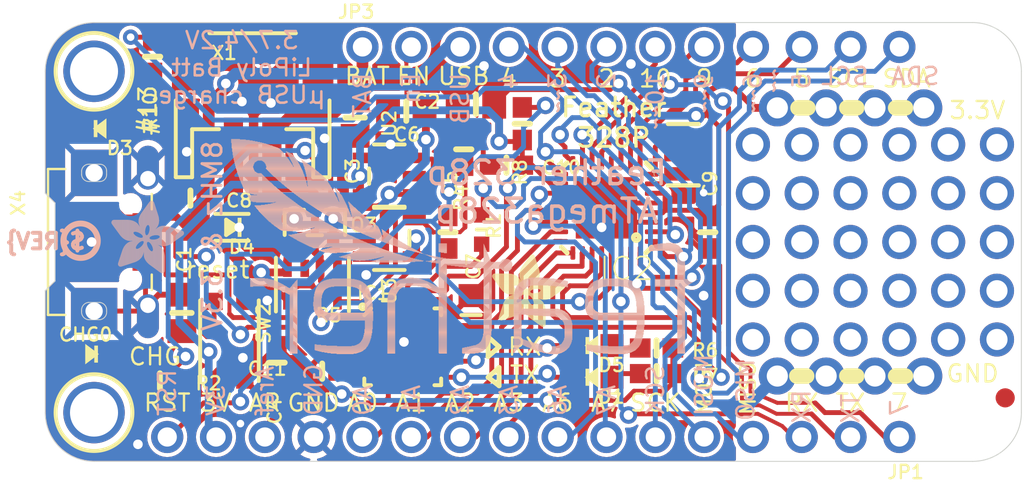
<source format=kicad_pcb>
(kicad_pcb (version 20221018) (generator pcbnew)
  (layers (0 "F.Cu" signal) (31 "B.Cu" signal) (34 "B.Paste" user) (35 "F.Paste" user) (36 "B.SilkS" user "B.Silkscreen") (37 "F.SilkS" user "F.Silkscreen") (38 "B.Mask" user) (39 "F.Mask" user) (44 "Edge.Cuts" user))
  (net 0 "")
  (net 1 "GND")
  (net 2 "VBUS")
  (net 3 "VBAT")
  (net 4 "N$1")
  (net 5 "N$3")
  (net 6 "N$4")
  (net 7 "3.3V")
  (net 8 "RESET")
  (net 9 "N$2")
  (net 10 "N$6")
  (net 11 "DTR")
  (net 12 "EN")
  (net 13 "D11/MOSI")
  (net 14 "A7")
  (net 15 "D12/MISO")
  (net 16 "D13/SCK")
  (net 17 "A6")
  (net 18 "N$7")
  (net 19 "N$5")
  (net 20 "RXLED")
  (net 21 "TXLED")
  (net 22 "AREF")
  (net 23 "D10")
  (net 24 "XTAL2")
  (net 25 "XTAL1")
  (net 26 "A0")
  (net 27 "A1")
  (net 28 "A2")
  (net 29 "A3")
  (net 30 "A4/SDA")
  (net 31 "A5/SCL")
  (net 32 "D2")
  (net 33 "D0/RX")
  (net 34 "D3")
  (net 35 "D4")
  (net 36 "D5")
  (net 37 "D6")
  (net 38 "D9")
  (net 39 "RXD")
  (net 40 "D1/TX")
  (net 41 "D7")
  (net 42 "D8")
  (net 43 "N$11")
  (net 44 "N$12")
  (net 45 "N$13")
  (net 46 "N$14")
  (net 47 "N$16")
  (net 48 "N$17")
  (net 49 "N$18")
  (net 50 "N$19")
  (net 51 "N$20")
  (net 52 "N$21")
  (net 53 "N$22")
  (net 54 "N$23")
  (net 55 "N$24")
  (net 56 "N$25")
  (net 57 "N$26")
  (net 58 "N$27")
  (net 59 "N$28")
  (net 60 "N$29")
  (net 61 "N$30")
  (net 62 "N$31")
  (net 63 "N$32")
  (net 64 "N$33")
  (net 65 "N$34")
  (net 66 "N$35")
  (net 67 "N$45")
  (net 68 "N$36")
  (net 69 "N$37")
  (net 70 "N$38")
  (net 71 "N$39")
  (net 72 "N$40")
  (net 73 "N$41")
  (net 74 "N$8")
  (net 75 "N$9")
  (net 76 "N$10")
  (footprint "working:CHIPLED_0805_NOOUTLINE" (layer "F.Cu") (at 125.9586 99.0981 90)
    (fp_text reference "D3")
    (fp_text value "RED")
  )
  (footprint "working:MOUNTINGHOLE_2.5_PLATED" (layer "F.Cu") (at 125.6411 113.8936 -90)
    (fp_text reference "U$32" hide)
    (fp_text value "MOUNTINGHOLE2.5" hide)
  )
  (footprint "working:SOT23-5" (layer "F.Cu") (at 141.0081 101.5746 90)
    (fp_text reference "U2")
    (fp_text value "AP2112-3.3")
  )
  (footprint "working:RESONATOR" (layer "F.Cu") (at 156.3116 100.457 90)
    (fp_text reference "Y2")
    (fp_text value "CSTNE8M00xx 8MHZ")
  )
  (footprint "working:0603-NO" (layer "F.Cu") (at 137.5156 111.7346 180)
    (fp_text reference "C11")
    (fp_text value "1uF")
  )
  (footprint "working:SOT23-5" (layer "F.Cu") (at 141.0081 104.8131 -90)
    (fp_text reference "U3")
    (fp_text value "MCP73831T-2ACI/OT")
  )
  (footprint "working:0603-NO" (layer "F.Cu") (at 144.0561 104.4956 90)
    (fp_text reference "C5")
    (fp_text value "0.1uF")
  )
  (footprint "working:FIDUCIAL_1MM" (layer "F.Cu") (at 134.5311 95.3516 -90)
    (fp_text reference "U$34" hide)
    (fp_text value "FIDUCIAL_1MM" hide)
  )
  (footprint "working:0603-NO" (layer "F.Cu") (at 157.5816 104.4956 90)
    (fp_text reference "C9")
    (fp_text value "0.1uF")
  )
  (footprint "working:0603-NO" (layer "F.Cu") (at 147.1041 101.0031)
    (fp_text reference "C10")
    (fp_text value "0.1uF")
  )
  (footprint "working:CHIPLED_0805_NOOUTLINE" (layer "F.Cu") (at 151.5491 110.4011 90)
    (fp_text reference "D5")
    (fp_text value "YELLOW")
  )
  (footprint "working:0603-NO" (layer "F.Cu") (at 128.6891 95.3516 -90)
    (fp_text reference "R10")
    (fp_text value "1K")
  )
  (footprint "working:ADAFRUIT_3.5MM" (layer "F.Cu") (at 146.3421 109.4486)
    (fp_text reference "U$15" hide)
    (fp_text value "" hide)
  )
  (footprint "" (layer "F.Cu") (at 171.3611 114.5921)
    (fp_text reference "@HOLE0" hide)
    (fp_text value "")
  )
  (footprint "working:RESPACK_4X0603" (layer "F.Cu") (at 137.0076 107.2261 180)
    (fp_text reference "R5")
    (fp_text value "100K")
  )
  (footprint "working:BTN_KMR2_4.6X2.8" (layer "F.Cu") (at 132.6896 110.1471 -90)
    (fp_text reference "SW2")
    (fp_text value "KMR2")
  )
  (footprint "working:0603-NO" (layer "F.Cu") (at 144.8816 100.1776 -90)
    (fp_text reference "R4")
    (fp_text value "10K")
  )
  (footprint "working:SOD-123" (layer "F.Cu") (at 132.8166 104.2416 180)
    (fp_text reference "D4")
    (fp_text value "MBR120")
  )
  (footprint "" (layer "F.Cu") (at 171.3611 95.4786)
    (fp_text reference "@HOLE1" hide)
    (fp_text value "")
  )
  (footprint "working:MLF32-TH" (layer "F.Cu") (at 152.3111 103.2256 180)
    (fp_text reference "IC2")
    (fp_text value "ATMEGA328P")
  )
  (footprint "working:JSTPH2" (layer "F.Cu") (at 133.8961 97.1296)
    (fp_text reference "X1")
    (fp_text value "JSTPH")
  )
  (footprint "working:0805-NO" (layer "F.Cu") (at 139.2301 98.5266 -90)
    (fp_text reference "C3")
    (fp_text value "10µF")
  )
  (footprint "working:FIDUCIAL_1MM" (layer "F.Cu") (at 173.0593 113.1246 -90)
    (fp_text reference "U$35" hide)
    (fp_text value "FIDUCIAL_1MM" hide)
  )
  (footprint "working:0805-NO" (layer "F.Cu") (at 145.5166 97.8281 180)
    (fp_text reference "C2")
    (fp_text value "10uF")
  )
  (footprint "working:CHIPLED_0805_NOOUTLINE" (layer "F.Cu") (at 151.5491 112.0521 90)
    (fp_text reference "D1")
    (fp_text value "YELLOW")
  )
  (footprint "working:0805-NO" (layer "F.Cu") (at 141.8921 98.1856 180)
    (fp_text reference "C6")
    (fp_text value "10µF")
  )
  (footprint "working:0603-NO" (layer "F.Cu") (at 154.9146 110.5281)
    (fp_text reference "R6")
    (fp_text value "1K")
  )
  (footprint "working:0805-NO" (layer "F.Cu") (at 130.2131 108.6993 90)
    (fp_text reference "C1")
    (fp_text value "10uF")
  )
  (footprint "working:CHIPLED_0805_NOOUTLINE" (layer "F.Cu") (at 125.5141 110.8456 -90)
    (fp_text reference "CHG0")
    (fp_text value "ORANGE")
  )
  (footprint "working:0603-NO" (layer "F.Cu") (at 154.9146 111.8616)
    (fp_text reference "R7")
    (fp_text value "1K")
  )
  (footprint "working:_0805MP" (layer "F.Cu") (at 145.2626 108.8136 90)
    (fp_text reference "C7")
    (fp_text value "10uF")
  )
  (footprint "working:_0603MP" (layer "F.Cu") (at 145.813815 104.35751 -90)
    (fp_text reference "R1")
    (fp_text value "1K")
  )
  (footprint "working:QFN24_4MM_SMSC" (layer "F.Cu") (at 141.7066 110.4646)
    (fp_text reference "IC1")
    (fp_text value "CP2104")
  )
  (footprint "working:SOT23-R" (layer "F.Cu") (at 137.1346 103.9876)
    (fp_text reference "Q3")
    (fp_text value "DMG341")
  )
  (footprint "working:MOUNTINGHOLE_2.5_PLATED" (layer "F.Cu") (at 125.6411 96.1136 -90)
    (fp_text reference "U$31" hide)
    (fp_text value "MOUNTINGHOLE2.5" hide)
  )
  (footprint "working:0603-NO" (layer "F.Cu") (at 147.9296 98.8441 -90)
    (fp_text reference "R8")
    (fp_text value "10K")
  )
  (footprint "working:4UCONN_20329_V2" (layer "F.Cu") (at 127.5461 105.0036 -90)
    (fp_text reference "X4")
    (fp_text value "20329")
    (fp_line (start -4.05 2.15) (end -4.05 1.6) (stroke (width 0.05)) (layer "Edge.Cuts"))
    (fp_line (start -3.7 1.25) (end -3.5 1.25) (stroke (width 0.05)) (layer "Edge.Cuts"))
    (fp_line (start -3.5 2.55) (end -3.7 2.55) (stroke (width 0.05)) (layer "Edge.Cuts"))
    (fp_line (start -3.15 1.6) (end -3.15 2.15) (stroke (width 0.05)) (layer "Edge.Cuts"))
    (fp_line (start 3.15 2.2) (end 3.15 1.6) (stroke (width 0.05)) (layer "Edge.Cuts"))
    (fp_line (start 4.05 1.6) (end 4.05 2.2) (stroke (width 0.05)) (layer "Edge.Cuts"))
    (fp_arc (start -4.05 1.6) (mid -3.947487 1.352513) (end -3.7 1.25) (stroke (width 0.05)) (layer "Edge.Cuts"))
    (fp_arc (start -3.7 2.55) (mid -3.957843 2.422487) (end -4.05 2.15) (stroke (width 0.05)) (layer "Edge.Cuts"))
    (fp_arc (start -3.5 1.25) (mid -3.252513 1.352513) (end -3.15 1.6) (stroke (width 0.05)) (layer "Edge.Cuts"))
    (fp_arc (start -3.15 2.15) (mid -3.242157 2.422487) (end -3.5 2.55) (stroke (width 0.05)) (layer "Edge.Cuts"))
    (fp_arc (start 3.15 1.6) (mid 3.302513 1.331802) (end 3.6 1.25) (stroke (width 0.05)) (layer "Edge.Cuts"))
    (fp_arc (start 3.6 1.25) (mid 3.897487 1.331802) (end 4.05 1.6) (stroke (width 0.05)) (layer "Edge.Cuts"))
    (fp_arc (start 3.6 2.55) (mid 3.302513 2.468198) (end 3.15 2.2) (stroke (width 0.05)) (layer "Edge.Cuts"))
    (fp_arc (start 4.05 2.2) (mid 3.897487 2.468198) (end 3.6 2.55) (stroke (width 0.05)) (layer "Edge.Cuts"))
  )
  (footprint "working:0603-NO" (layer "F.Cu") (at 130.6576 102.7176)
    (fp_text reference "C8")
    (fp_text value "1uF")
  )
  (footprint "working:1X16_ROUND" (layer "F.Cu") (at 148.5011 115.1636 180)
    (fp_text reference "JP1")
    (fp_text value "")
  )
  (footprint "working:0603-NO" (layer "F.Cu") (at 135.1661 111.2901 -90)
    (fp_text reference "C4")
    (fp_text value "0.1uF")
  )
  (footprint "working:1X12_ROUND" (layer "F.Cu") (at 153.5811 94.8436)
    (fp_text reference "JP3")
    (fp_text value "")
  )
  (footprint "working:0603-NO" (layer "F.Cu") (at 129.0701 112.2426)
    (fp_text reference "R2")
    (fp_text value "1K")
  )
  (footprint "working:FEATHERLOGO" (layer "B.Cu") (at 157.0736 110.9091 180)
    (fp_text reference "U$9" hide)
    (fp_text value "" hide)
  )
  (footprint "working:PCBFEAT-REV-040" (layer "B.Cu") (at 124.9426 104.9401 180)
    (fp_text reference "U$13" hide)
    (fp_text value "" hide)
  )
  (footprint "working:ADAFRUIT_3.5MM" (layer "B.Cu") (at 126.5301 106.6546 90)
    (fp_text reference "U$44" hide)
    (fp_text value "" hide)
  )
  (gr_line (start 146.7231 110.4646) (end 146.1516 109.9566) (stroke (width 0.254)) (layer "F.SilkS"))
  (gr_line (start 146.1516 112.0521) (end 146.7231 112.4966) (stroke (width 0.254)) (layer "F.SilkS"))
  (gr_line (start 162.2171 111.9886) (end 162.7251 111.9886) (stroke (width 0.8128)) (layer "F.SilkS"))
  (gr_line (start 146.7231 112.4966) (end 146.7231 111.5441) (stroke (width 0.254)) (layer "F.SilkS"))
  (gr_line (start 146.1516 109.9566) (end 146.1516 110.9726) (stroke (width 0.254)) (layer "F.SilkS"))
  (gr_line (start 167.3606 98.0186) (end 167.8686 98.0186) (stroke (width 0.8128)) (layer "F.SilkS"))
  (gr_line (start 162.2806 98.0186) (end 162.7886 98.0186) (stroke (width 0.8128)) (layer "F.SilkS"))
  (gr_line (start 146.1516 110.9726) (end 146.7231 110.4646) (stroke (width 0.254)) (layer "F.SilkS"))
  (gr_line (start 164.8206 111.9886) (end 165.3286 111.9886) (stroke (width 0.8128)) (layer "F.SilkS"))
  (gr_line (start 164.8206 98.0186) (end 165.3286 98.0186) (stroke (width 0.8128)) (layer "F.SilkS"))
  (gr_line (start 167.3606 111.9886) (end 167.8686 111.9886) (stroke (width 0.8128)) (layer "F.SilkS"))
  (gr_line (start 146.7231 111.5441) (end 146.1516 112.0521) (stroke (width 0.254)) (layer "F.SilkS"))
  (gr_line (start 125.6411 116.4336) (end 171.3611 116.4336) (stroke (width 0.05)) (layer "Edge.Cuts"))
  (gr_line (start 123.6091 102.9716) (end 123.6091 107.0356) (stroke (width 0.05)) (layer "Edge.Cuts"))
  (gr_arc (start 123.1011 96.1136) (mid 123.845049 94.317549) (end 125.6411 93.5736) (stroke (width 0.05)) (layer "Edge.Cuts"))
  (gr_line (start 173.9011 113.8936) (end 173.9011 96.1136) (stroke (width 0.05)) (layer "Edge.Cuts"))
  (gr_line (start 123.1011 102.4636) (end 123.6091 102.9716) (stroke (width 0.05)) (layer "Edge.Cuts"))
  (gr_line (start 123.1011 96.1136) (end 123.1011 102.4636) (stroke (width 0.05)) (layer "Edge.Cuts"))
  (gr_arc (start 173.9011 113.8936) (mid 173.157151 115.689651) (end 171.3611 116.4336) (stroke (width 0.05)) (layer "Edge.Cuts"))
  (gr_line (start 123.6091 107.0356) (end 123.1011 107.5436) (stroke (width 0.05)) (layer "Edge.Cuts"))
  (gr_arc (start 171.3611 93.5736) (mid 173.157151 94.317549) (end 173.9011 96.1136) (stroke (width 0.05)) (layer "Edge.Cuts"))
  (gr_line (start 171.3611 93.5736) (end 125.6411 93.5736) (stroke (width 0.05)) (layer "Edge.Cuts"))
  (gr_arc (start 125.6411 116.4336) (mid 123.845049 115.689651) (end 123.1011 113.8936) (stroke (width 0.05)) (layer "Edge.Cuts"))
  (gr_line (start 123.1011 107.5436) (end 123.1011 113.8936) (stroke (width 0.05)) (layer "Edge.Cuts"))
  (gr_text "RX" (at 162.4711 114.5286 -270) (layer "B.SilkS") (effects (font (size 0.89408 0.89408) (thickness 0.12192)) (justify right mirror)))
  (gr_text "A0" (at 139.6111 114.1476 -270) (layer "B.SilkS") (effects (font (size 0.89408 0.89408) (thickness 0.12192)) (justify right mirror)))
  (gr_text "Aref" (at 134.5311 114.1476 -270) (layer "B.SilkS") (effects (font (size 0.89408 0.89408) (thickness 0.12192)) (justify right mirror)))
  (gr_text "A6" (at 149.7711 114.1476 -270) (layer "B.SilkS") (effects (font (size 0.89408 0.89408) (thickness 0.12192)) (justify right mirror)))
  (gr_text "3~~" (at 149.7711 96.1136 -270) (layer "B.SilkS") (effects (font (size 0.89408 0.89408) (thickness 0.12192)) (justify left mirror)))
  (gr_text "SCK" (at 154.8511 114.1476 -270) (layer "B.SilkS") (effects (font (size 0.89408 0.89408) (thickness 0.12192)) (justify right mirror)))
  (gr_text "BAT" (at 139.6111 96.1136 -270) (layer "B.SilkS") (effects (font (size 0.89408 0.89408) (thickness 0.12192)) (justify left mirror)))
  (gr_text "5" (at 162.4711 96.1136 -270) (layer "B.SilkS") (effects (font (size 0.89408 0.89408) (thickness 0.12192)) (justify left mirror)))
  (gr_text "9~~" (at 157.3911 96.1136 -270) (layer "B.SilkS") (effects (font (size 0.89408 0.89408) (thickness 0.12192)) (justify left mirror)))
  (gr_text "4" (at 147.2311 96.1136 -270) (layer "B.SilkS") (effects (font (size 0.89408 0.89408) (thickness 0.12192)) (justify left mirror)))
  (gr_text "A7" (at 152.3111 114.1476 -270) (layer "B.SilkS") (effects (font (size 0.89408 0.89408) (thickness 0.12192)) (justify right mirror)))
  (gr_text "A3" (at 147.2311 114.1476 -270) (layer "B.SilkS") (effects (font (size 0.89408 0.89408) (thickness 0.12192)) (justify right mirror)))
  (gr_text "GND" (at 137.0711 114.1476 -270) (layer "B.SilkS") (effects (font (size 0.89408 0.89408) (thickness 0.12192)) (justify right mirror)))
  (gr_text "A1" (at 142.1511 114.1476 -270) (layer "B.SilkS") (effects (font (size 0.89408 0.89408) (thickness 0.12192)) (justify right mirror)))
  (gr_text "En" (at 142.1511 96.1136 -270) (layer "B.SilkS") (effects (font (size 0.89408 0.89408) (thickness 0.12192)) (justify left mirror)))
  (gr_text "3.7/4.2V\nLiPoly Batt\nµUSB charge" (at 133.3246 95.9231) (layer "B.SilkS") (effects (font (size 0.88392 0.88392) (thickness 0.13208)) (justify mirror)))
  (gr_text "SCL" (at 166.0271 96.3676) (layer "B.SilkS") (effects (font (size 0.89408 0.89408) (thickness 0.12192)) (justify left mirror)))
  (gr_text "MISO" (at 159.5501 114.4016 -270) (layer "B.SilkS") (effects (font (size 0.89408 0.89408) (thickness 0.12192)) (justify right mirror)))
  (gr_text "~~" (at 161.5821 95.8596 -90) (layer "B.SilkS") (effects (font (size 0.89408 0.89408) (thickness 0.12192)) (justify right top mirror)))
  (gr_text "10~~" (at 154.8511 96.1136 -270) (layer "B.SilkS") (effects (font (size 0.89408 0.89408) (thickness 0.12192)) (justify left mirror)))
  (gr_text "3V" (at 131.9911 114.1476 -270) (layer "B.SilkS") (effects (font (size 0.89408 0.89408) (thickness 0.12192)) (justify right mirror)))
  (gr_text "6~~" (at 159.9311 96.1136 -270) (layer "B.SilkS") (effects (font (size 0.89408 0.89408) (thickness 0.12192)) (justify left mirror)))
  (gr_text "TX" (at 165.0111 114.5286 -270) (layer "B.SilkS") (effects (font (size 0.89408 0.89408) (thickness 0.12192)) (justify right mirror)))
  (gr_text "RST" (at 129.4511 114.1476 -270) (layer "B.SilkS") (effects (font (size 0.89408 0.89408) (thickness 0.12192)) (justify right mirror)))
  (gr_text "SDA" (at 169.7101 96.3676) (layer "B.SilkS") (effects (font (size 0.89408 0.89408) (thickness 0.12192)) (justify left mirror)))
  (gr_text "7" (at 167.5511 114.1476 -270) (layer "B.SilkS") (effects (font (size 0.89408 0.89408) (thickness 0.12192)) (justify right mirror)))
  (gr_text "USB" (at 144.6911 96.1136 -270) (layer "B.SilkS") (effects (font (size 0.89408 0.89408) (thickness 0.12192)) (justify left mirror)))
  (gr_text "Feather 328p\nATmega328p" (at 149.1996 102.4001) (layer "B.SilkS") (effects (font (size 1.237488 1.237488) (thickness 0.184912)) (justify mirror)))
  (gr_text "MOSI" (at 157.3911 114.1476 -270) (layer "B.SilkS") (effects (font (size 0.89408 0.89408) (thickness 0.12192)) (justify right mirror)))
  (gr_text "A2" (at 144.6911 114.1476 -270) (layer "B.SilkS") (effects (font (size 0.89408 0.89408) (thickness 0.12192)) (justify right mirror)))
  (gr_text "2" (at 152.3111 96.1136 -270) (layer "B.SilkS") (effects (font (size 0.89408 0.89408) (thickness 0.12192)) (justify left mirror)))
  (gr_text "8MHz & 3.3V" (at 131.8006 104.6861 -270) (layer "B.SilkS") (effects (font (size 0.99441 0.99441) (thickness 0.14859)) (justify mirror)))
  (gr_text "TX" (at 165.0111 113.3856) (layer "F.SilkS") (effects (font (size 0.89408 0.89408) (thickness 0.12192))))
  (gr_text "USB" (at 144.8816 96.3676) (layer "F.SilkS") (effects (font (size 0.89408 0.89408) (thickness 0.12192))))
  (gr_text "RX" (at 148.0566 110.4646) (layer "F.SilkS") (effects (font (size 0.89408 0.89408) (thickness 0.12192))))
  (gr_text "7" (at 167.5511 113.3856) (layer "F.SilkS") (effects (font (size 0.89408 0.89408) (thickness 0.12192))))
  (gr_text "SDA" (at 167.9321 96.4946) (layer "F.SilkS") (effects (font (size 0.89408 0.89408) (thickness 0.12192))))
  (gr_text "SCL" (at 165.0111 96.4946) (layer "F.SilkS") (effects (font (size 0.89408 0.89408) (thickness 0.12192))))
  (gr_text "6" (at 159.9311 96.4946) (layer "F.SilkS") (effects (font (size 0.89408 0.89408) (thickness 0.12192))))
  (gr_text "RX" (at 162.4711 113.3856) (layer "F.SilkS") (effects (font (size 0.89408 0.89408) (thickness 0.12192))))
  (gr_text "BAT" (at 139.8651 96.3676) (layer "F.SilkS") (effects (font (size 0.89408 0.89408) (thickness 0.12192))))
  (gr_text "3.3V" (at 171.6151 98.1456) (layer "F.SilkS") (effects (font (size 0.89408 0.89408) (thickness 0.12192))))
  (gr_text "#13" (at 128.4351 98.1456 90) (layer "F.SilkS") (effects (font (size 0.89408 0.89408) (thickness 0.12192))))
  (gr_text "A2" (at 144.6911 113.3856) (layer "F.SilkS") (effects (font (size 0.89408 0.89408) (thickness 0.12192))))
  (gr_text "GND" (at 137.0711 113.3856) (layer "F.SilkS") (effects (font (size 0.89408 0.89408) (thickness 0.12192))))
  (gr_text "3V" (at 131.9911 113.3856) (layer "F.SilkS") (effects (font (size 0.89408 0.89408) (thickness 0.12192))))
  (gr_text "TX" (at 148.0566 111.9251) (layer "F.SilkS") (effects (font (size 0.89408 0.89408) (thickness 0.12192))))
  (gr_text "10" (at 154.8511 96.4946) (layer "F.SilkS") (effects (font (size 0.89408 0.89408) (thickness 0.12192))))
  (gr_text "4" (at 147.2311 96.4946) (layer "F.SilkS") (effects (font (size 0.89408 0.89408) (thickness 0.12192))))
  (gr_text "5" (at 162.4711 96.4946) (layer "F.SilkS") (effects (font (size 0.89408 0.89408) (thickness 0.12192))))
  (gr_text "A6" (at 149.7711 113.3856) (layer "F.SilkS") (effects (font (size 0.89408 0.89408) (thickness 0.12192))))
  (gr_text "9" (at 157.3911 96.4946) (layer "F.SilkS") (effects (font (size 0.89408 0.89408) (thickness 0.12192))))
  (gr_text "Feather\n328P" (at 152.6921 98.7806) (layer "F.SilkS") (effects (font (size 0.98298 0.98298) (thickness 0.16002))))
  (gr_text "A0" (at 139.6111 113.3856) (layer "F.SilkS") (effects (font (size 0.89408 0.89408) (thickness 0.12192))))
  (gr_text "3" (at 149.7711 96.4946) (layer "F.SilkS") (effects (font (size 0.89408 0.89408) (thickness 0.12192))))
  (gr_text "reset" (at 132.0673 106.4514) (layer "F.SilkS") (effects (font (size 0.89408 0.89408) (thickness 0.12192))))
  (gr_text "SCK" (at 154.8511 113.3856) (layer "F.SilkS") (effects (font (size 0.89408 0.89408) (thickness 0.12192))))
  (gr_text "RST" (at 129.4511 113.3856) (layer "F.SilkS") (effects (font (size 0.89408 0.89408) (thickness 0.12192))))
  (gr_text "MOSI" (at 157.3911 112.6236 90) (layer "F.SilkS") (effects (font (size 0.76454 0.76454) (thickness 0.12446))))
  (gr_text "A3" (at 147.2311 113.3856) (layer "F.SilkS") (effects (font (size 0.89408 0.89408) (thickness 0.12192))))
  (gr_text "A1" (at 142.1511 113.3856) (layer "F.SilkS") (effects (font (size 0.89408 0.89408) (thickness 0.12192))))
  (gr_text "EN" (at 142.2781 96.3676) (layer "F.SilkS") (effects (font (size 0.89408 0.89408) (thickness 0.12192))))
  (gr_text "MISO" (at 159.6771 112.6236 90) (layer "F.SilkS") (effects (font (size 0.76454 0.76454) (thickness 0.12446))))
  (gr_text "A7" (at 152.3111 113.3856) (layer "F.SilkS") (effects (font (size 0.89408 0.89408) (thickness 0.12192))))
  (gr_text "GND" (at 171.3611 111.8616) (layer "F.SilkS") (effects (font (size 0.89408 0.89408) (thickness 0.12192))))
  (gr_text "AR" (at 134.5311 113.3856) (layer "F.SilkS") (effects (font (size 0.89408 0.89408) (thickness 0.12192))))
  (gr_text "2" (at 152.3111 96.4946) (layer "F.SilkS") (effects (font (size 0.89408 0.89408) (thickness 0.12192))))
  (gr_text "CHG" (at 128.8161 110.9726) (layer "F.SilkS") (effects (font (size 0.89408 0.89408) (thickness 0.12192))))
  (segment (start 128.3211 106.3036) (end 128.3211 108.1786) (width 0.254) (layer "F.Cu") (net 1))
  (segment (start 157.1616 105.3456) (end 156.6926 104.8766) (width 0.254) (layer "F.Cu") (net 1))
  (segment (start 144.8816 99.3276) (end 144.8816 98.1431) (width 0.254) (layer "F.Cu") (net 1))
  (segment (start 136.6656 111.2021) (end 136.2456 110.7821) (width 0.3048) (layer "F.Cu") (net 1))
  (segment (start 136.6656 111.7346) (end 136.6656 111.2021) (width 0.3048) (layer "F.Cu") (net 1))
  (segment (start 130.2131 107.7493) (end 129.0004 107.7493) (width 0.3048) (layer "F.Cu") (net 1))
  (segment (start 152.3111 103.8606) (end 152.3111 103.2256) (width 0.254) (layer "F.Cu") (net 1))
  (segment (start 152.3111 102.9756) (end 152.3111 103.2256) (width 0.254) (layer "F.Cu") (net 1))
  (segment (start 144.8816 98.1431) (end 144.5666 97.8281) (width 0.254) (layer "F.Cu") (net 1))
  (segment (start 145.8976 101.0031) (end 145.8976 99.9871) (width 0.254) (layer "F.Cu") (net 1))
  (segment (start 139.2301 99.4766) (end 139.6771 99.4766) (width 0.254) (layer "F.Cu") (net 1))
  (segment (start 157.5816 105.3456) (end 157.1616 105.3456) (width 0.254) (layer "F.Cu") (net 1))
  (segment (start 154.6611 102.9756) (end 152.3111 102.9756) (width 0.254) (layer "F.Cu") (net 1))
  (segment (start 139.7066 109.7146) (end 141.7701 109.7146) (width 0.254) (layer "F.Cu") (net 1))
  (segment (start 124.6961 101.4036) (end 125.6461 101.4036) (width 0.254) (layer "F.Cu") (net 1))
  (segment (start 142.9131 109.3216) (end 142.1631 109.3216) (width 0.254) (layer "F.Cu") (net 1))
  (segment (start 139.7066 109.7146) (end 139.3056 109.7146) (width 0.254) (layer "F.Cu") (net 1))
  (segment (start 152.3111 103.9756) (end 152.3111 103.8606) (width 0.254) (layer "F.Cu") (net 1))
  (segment (start 152.0571 104.2416) (end 152.0571 103.8606) (width 0.254) (layer "F.Cu") (net 1))
  (segment (start 154.6611 103.9756) (end 152.3111 103.9756) (width 0.254) (layer "F.Cu") (net 1))
  (segment (start 149.9611 103.4756) (end 152.3111 103.4756) (width 0.254) (layer "F.Cu") (net 1))
  (segment (start 142.1631 109.3216) (end 141.7701 109.7146) (width 0.254) (layer "F.Cu") (net 1))
  (segment (start 152.0571 103.8606) (end 152.3111 103.8606) (width 0.254) (layer "F.Cu") (net 1))
  (segment (start 146.2541 101.0031) (end 145.8976 101.0031) (width 0.254) (layer "F.Cu") (net 1))
  (segment (start 142.3082 101.5746) (end 142.5956 101.5746) (width 0.4064) (layer "F.Cu") (net 1))
  (segment (start 143.0201 109.2146) (end 142.9131 109.3216) (width 0.254) (layer "F.Cu") (net 1))
  (segment (start 152.3111 103.4756) (end 152.3111 103.2256) (width 0.254) (layer "F.Cu") (net 1))
  (segment (start 125.6461 108.6036) (end 128.1461 108.6036) (width 0.254) (layer "F.Cu") (net 1))
  (segment (start 129.0004 107.7493) (end 128.4461 108.3036) (width 0.3048) (layer "F.Cu") (net 1))
  (segment (start 128.3211 108.1786) (end 128.4461 108.3036) (width 0.254) (layer "F.Cu") (net 1))
  (segment (start 151.8031 103.8606) (end 152.0571 103.8606) (width 0.254) (layer "F.Cu") (net 1))
  (segment (start 143.7066 109.2146) (end 143.0201 109.2146) (width 0.254) (layer "F.Cu") (net 1))
  (segment (start 128.1461 108.6036) (end 128.4461 108.3036) (width 0.254) (layer "F.Cu") (net 1))
  (via (at 137.6426 99.6061) (size 0.9064) (drill 0.5) (layers "F.Cu" "B.Cu") (net 1))
  (via (at 152.0571 104.2416) (size 0.9064) (drill 0.5) (layers "F.Cu" "B.Cu") (net 1))
  (via (at 168.8211 111.9886) (size 1.9304) (drill 1.1) (layers "F.Cu" "B.Cu") (net 1))
  (via (at 141.7701 110.2106) (size 0.9064) (drill 0.5) (layers "F.Cu" "B.Cu") (net 1))
  (via (at 130.4671 100.3046) (size 0.9064) (drill 0.5) (layers "F.Cu" "B.Cu") (net 1))
  (via (at 139.8016 106.7181) (size 0.9064) (drill 0.5) (layers "F.Cu" "B.Cu") (net 1))
  (via (at 157.3657 102.4382) (size 0.8001) (drill 0.3937) (layers "F.Cu" "B.Cu") (net 1))
  (via (at 127.9271 115.5446) (size 0.9064) (drill 0.5) (layers "F.Cu" "B.Cu") (net 1))
  (via (at 157.3657 107.7976) (size 0.9064) (drill 0.5) (layers "F.Cu" "B.Cu") (net 1))
  (via (at 133.2611 114.4651) (size 0.8001) (drill 0.3937) (layers "F.Cu" "B.Cu") (net 1))
  (via (at 141.0716 99.9236) (size 0.9064) (drill 0.5) (layers "F.Cu" "B.Cu") (net 1))
  (via (at 145.9357 95.8342) (size 0.9064) (drill 0.5) (layers "F.Cu" "B.Cu") (net 1))
  (via (at 134.8486 97.7646) (size 0.9064) (drill 0.5) (layers "F.Cu" "B.Cu") (net 1))
  (via (at 163.7411 111.9886) (size 1.9304) (drill 1.1) (layers "F.Cu" "B.Cu") (net 1))
  (via (at 133.3373 97.6884) (size 0.9064) (drill 0.5) (layers "F.Cu" "B.Cu") (net 1))
  (via (at 125.5141 105.0036) (size 0.9064) (drill 0.5) (layers "F.Cu" "B.Cu") (net 1))
  (via (at 134.6581 108.0516) (size 0.9064) (drill 0.5) (layers "F.Cu" "B.Cu") (net 1))
  (via (at 153.5811 95.7326) (size 0.9064) (drill 0.5) (layers "F.Cu" "B.Cu") (net 1))
  (via (at 166.2811 111.9886) (size 1.9304) (drill 1.1) (layers "F.Cu" "B.Cu") (net 1))
  (via (at 133.3881 111.0361) (size 0.9064) (drill 0.5) (layers "F.Cu" "B.Cu") (net 1))
  (via (at 161.2011 111.9886) (size 1.9304) (drill 1.1) (layers "F.Cu" "B.Cu") (net 1))
  (via (at 133.1976 104.2416) (size 0.9064) (drill 0.5) (layers "F.Cu" "B.Cu") (net 1))
  (segment (start 161.2011 111.9886) (end 163.7411 111.9886) (width 0.4064) (layer "B.Cu") (net 1))
  (segment (start 161.2011 111.9886) (end 159.6136 113.5761) (width 0.6096) (layer "B.Cu") (net 1))
  (segment (start 163.7411 111.9886) (end 166.2811 111.9886) (width 0.4064) (layer "B.Cu") (net 1))
  (segment (start 166.2811 111.9886) (end 168.8211 111.9886) (width 0.4064) (layer "B.Cu") (net 1))
  (segment (start 159.6136 113.5761) (end 158.6611 113.5761) (width 0.6096) (layer "B.Cu") (net 1))
  (segment (start 123.9901 110.3716) (end 123.9901 103.2891) (width 0.254) (layer "F.Cu") (net 2))
  (segment (start 135.7076 106.3761) (end 135.4926 106.5911) (width 0.4064) (layer "F.Cu") (net 2))
  (segment (start 140.9566 113.1309) (end 140.9566 112.4646) (width 0.254) (layer "F.Cu") (net 2))
  (segment (start 130.4671 104.2416) (end 130.9666 104.2416) (width 0.4064) (layer "F.Cu") (net 2))
  (segment (start 135.9916 105.1806) (end 136.1846 104.9876) (width 0.4064) (layer "F.Cu") (net 2))
  (segment (start 140.4566 112.4646) (end 140.9566 112.4646) (width 0.3048) (layer "F.Cu") (net 2))
  (segment (start 131.5076 102.7176) (end 131.4881 102.6981) (width 0.254) (layer "F.Cu") (net 2))
  (segment (start 128.3211 103.7036) (end 129.9291 103.7036) (width 0.381) (layer "F.Cu") (net 2))
  (segment (start 153.7416 112.7806) (end 155.3291 112.7806) (width 0.254) (layer "F.Cu") (net 2))
  (segment (start 124.0536 103.2256) (end 126.7206 103.2256) (width 0.254) (layer "F.Cu") (net 2))
  (segment (start 131.4831 104.2416) (end 133.8326 106.5911) (width 0.6096) (layer "F.Cu") (net 2))
  (segment (start 139.4199 113.3849) (end 138.9634 112.9284) (width 0.254) (layer "F.Cu") (net 2))
  (segment (start 135.7076 105.8591) (end 135.9916 105.5751) (width 0.4064) (layer "F.Cu") (net 2))
  (segment (start 153.2636 113.2586) (end 153.7416 112.7806) (width 0.254) (layer "F.Cu") (net 2))
  (segment (start 153.2636 113.2586) (end 149.2631 113.2586) (width 0.254) (layer "F.Cu") (net 2))
  (segment (start 132.4991 96.9772) (end 132.4991 96.7486) (width 0.6096) (layer "F.Cu") (net 2))
  (segment (start 140.7026 113.3849) (end 139.4199 113.3849) (width 0.254) (layer "F.Cu") (net 2))
  (segment (start 131.1021 104.2416) (end 130.9666 104.2416) (width 0.4064) (layer "F.Cu") (net 2))
  (segment (start 140.7026 113.3849) (end 140.9566 113.1309) (width 0.254) (layer "F.Cu") (net 2))
  (segment (start 129.9291 103.7036) (end 130.4671 104.2416) (width 0.4064) (layer "F.Cu") (net 2))
  (segment (start 123.9901 103.2891) (end 124.0536 103.2256) (width 0.254) (layer "F.Cu") (net 2))
  (segment (start 155.7646 111.8616) (end 155.7646 110.5281) (width 0.254) (layer "F.Cu") (net 2))
  (segment (start 135.9916 105.5751) (end 135.9916 105.1806) (width 0.4064) (layer "F.Cu") (net 2))
  (segment (start 131.4881 102.6981) (end 131.4636 102.6981) (width 0.254) (layer "F.Cu") (net 2))
  (segment (start 135.7076 106.3761) (end 135.7076 105.8591) (width 0.4064) (layer "F.Cu") (net 2))
  (segment (start 131.4636 102.6981) (end 130.9666 103.1951) (width 0.6096) (layer "F.Cu") (net 2))
  (segment (start 155.7401 112.3696) (end 155.7401 111.8861) (width 0.254) (layer "F.Cu") (net 2))
  (segment (start 126.7206 103.2256) (end 127.1986 103.7036) (width 0.254) (layer "F.Cu") (net 2))
  (segment (start 138.9634 112.9284) (end 138.5316 112.9284) (width 0.254) (layer "F.Cu") (net 2))
  (segment (start 142.3082 105.7631) (end 142.4051 105.6662) (width 0.4064) (layer "F.Cu") (net 2))
  (segment (start 155.3291 112.7806) (end 155.7401 112.3696) (width 0.254) (layer "F.Cu") (net 2))
  (segment (start 131.6101 102.5516) (end 131.4636 102.6981) (width 0.6096) (layer "F.Cu") (net 2))
  (segment (start 131.6101 102.5516) (end 131.6101 97.8662) (width 0.6096) (layer "F.Cu") (net 2))
  (segment (start 135.4926 106.5911) (end 134.3406 106.5911) (width 0.4064) (layer "F.Cu") (net 2))
  (segment (start 127.1986 103.7036) (end 128.3211 103.7036) (width 0.254) (layer "F.Cu") (net 2))
  (segment (start 142.4051 105.6662) (end 142.4051 104.8059) (width 0.4064) (layer "F.Cu") (net 2))
  (segment (start 131.6101 97.8662) (end 132.4991 96.9772) (width 0.6096) (layer "F.Cu") (net 2))
  (segment (start 131.1021 104.2416) (end 131.4831 104.2416) (width 0.6096) (layer "F.Cu") (net 2))
  (segment (start 133.8326 106.5911) (end 134.3406 106.5911) (width 0.6096) (layer "F.Cu") (net 2))
  (segment (start 124.4641 110.8456) (end 123.9901 110.3716) (width 0.254) (layer "F.Cu") (net 2))
  (segment (start 155.7401 111.8861) (end 155.7646 111.8616) (width 0.254) (layer "F.Cu") (net 2))
  (segment (start 130.9666 103.1951) (end 130.9666 104.2416) (width 0.6096) (layer "F.Cu") (net 2))
  (via (at 149.2631 113.2586) (size 0.9064) (drill 0.5) (layers "F.Cu" "B.Cu") (net 2))
  (via (at 132.4991 96.7486) (size 0.9064) (drill 0.5) (layers "F.Cu" "B.Cu") (net 2))
  (via (at 138.5316 112.9284) (size 0.9064) (drill 0.5) (layers "F.Cu" "B.Cu") (net 2))
  (via (at 134.3406 106.5911) (size 0.9064) (drill 0.5) (layers "F.Cu" "B.Cu") (net 2))
  (via (at 142.4051 104.8059) (size 0.9064) (drill 0.5) (layers "F.Cu" "B.Cu") (net 2))
  (segment (start 142.6591 96.2406) (end 144.0561 94.8436) (width 0.6096) (layer "B.Cu") (net 2))
  (segment (start 149.2631 113.2586) (end 140.1318 113.2586) (width 0.254) (layer "B.Cu") (net 2))
  (segment (start 135.8011 110.4011) (end 138.3284 112.9284) (width 0.4064) (layer "B.Cu") (net 2))
  (segment (start 142.4051 105.1941) (end 142.4051 104.8059) (width 0.4064) (layer "B.Cu") (net 2))
  (segment (start 138.3284 112.9284) (end 138.5316 112.9284) (width 0.4064) (layer "B.Cu") (net 2))
  (segment (start 133.0071 96.2406) (end 132.4991 96.7486) (width 0.6096) (layer "B.Cu") (net 2))
  (segment (start 133.0071 96.2406) (end 142.6591 96.2406) (width 0.6096) (layer "B.Cu") (net 2))
  (segment (start 138.1506 105.7656) (end 141.8336 105.7656) (width 0.4064) (layer "B.Cu") (net 2))
  (segment (start 134.8486 107.0991) (end 135.8011 107.0991) (width 0.4064) (layer "B.Cu") (net 2))
  (segment (start 141.8336 105.7656) (end 142.4051 105.1941) (width 0.4064) (layer "B.Cu") (net 2))
  (segment (start 135.8011 107.0991) (end 136.8171 107.0991) (width 0.4064) (layer "B.Cu") (net 2))
  (segment (start 140.1318 113.2586) (end 139.8016 112.9284) (width 0.254) (layer "B.Cu") (net 2))
  (segment (start 138.1506 105.7656) (end 136.8171 107.0991) (width 0.4064) (layer "B.Cu") (net 2))
  (segment (start 144.0561 94.8436) (end 144.6911 94.8436) (width 0.6096) (layer "B.Cu") (net 2))
  (segment (start 135.8011 110.4011) (end 135.8011 107.0991) (width 0.4064) (layer "B.Cu") (net 2))
  (segment (start 134.8486 107.0991) (end 134.3406 106.5911) (width 0.4064) (layer "B.Cu") (net 2))
  (segment (start 139.8016 112.9284) (end 138.5316 112.9284) (width 0.254) (layer "B.Cu") (net 2))
  (segment (start 137.1346 105.5116) (end 137.3886 105.7656) (width 0.4064) (layer "F.Cu") (net 3))
  (segment (start 134.7851 100.1776) (end 135.0396 100.4321) (width 0.254) (layer "F.Cu") (net 3))
  (segment (start 137.3886 106.2736) (end 137.3886 106.4206) (width 0.4064) (layer "F.Cu") (net 3))
  (segment (start 138.9126 107.0356) (end 138.9126 105.8926) (width 0.3048) (layer "F.Cu") (net 3))
  (segment (start 134.7851 99.5426) (end 134.7851 100.1776) (width 0.4064) (layer "F.Cu") (net 3))
  (segment (start 138.7221 107.2261) (end 138.9126 107.0356) (width 0.3048) (layer "F.Cu") (net 3))
  (segment (start 139.0311 97.6376) (end 139.2191 97.4496) (width 0.4064) (layer "F.Cu") (net 3))
  (segment (start 137.4076 106.3761) (end 137.4076 106.2926) (width 0.3048) (layer "F.Cu") (net 3))
  (segment (start 137.1346 102.4796) (end 137.1346 102.9876) (width 0.4064) (layer "F.Cu") (net 3))
  (segment (start 137.6426 107.2261) (end 137.4521 107.0356) (width 0.3048) (layer "F.Cu") (net 3))
  (segment (start 135.0396 100.6861) (end 135.0396 100.4321) (width 0.4064) (layer "F.Cu") (net 3))
  (segment (start 134.7851 99.5426) (end 135.8011 98.5266) (width 0.6096) (layer "F.Cu") (net 3))
  (segment (start 138.9126 105.8926) (end 139.0396 105.7656) (width 0.3048) (layer "F.Cu") (net 3))
  (segment (start 138.7221 107.2261) (end 137.6426 107.2261) (width 0.3048) (layer "F.Cu") (net 3))
  (segment (start 137.3886 105.7656) (end 137.3886 106.2736) (width 0.4064) (layer "F.Cu") (net 3))
  (segment (start 139.0396 105.7656) (end 139.7055 105.7656) (width 0.3048) (layer "F.Cu") (net 3))
  (segment (start 139.2191 97.4496) (end 139.6111 97.0576) (width 0.6096) (layer "F.Cu") (net 3))
  (segment (start 135.8011 98.5266) (end 137.8881 98.5266) (width 0.6096) (layer "F.Cu") (net 3))
  (segment (start 137.8881 98.5266) (end 138.9651 97.4496) (width 0.6096) (layer "F.Cu") (net 3))
  (segment (start 135.0396 100.6861) (end 135.0396 102.2101) (width 0.4064) (layer "F.Cu") (net 3))
  (segment (start 139.7055 105.7656) (end 139.708 105.7631) (width 0.3048) (layer "F.Cu") (net 3))
  (segment (start 137.4521 106.4206) (end 137.4076 106.3761) (width 0.3048) (layer "F.Cu") (net 3))
  (segment (start 137.4076 106.2926) (end 137.3886 106.2736) (width 0.3048) (layer "F.Cu") (net 3))
  (segment (start 138.9651 97.4496) (end 139.2191 97.4496) (width 0.6096) (layer "F.Cu") (net 3))
  (segment (start 136.8651 102.2101) (end 135.0396 102.2101) (width 0.4064) (layer "F.Cu") (net 3))
  (segment (start 134.8961 100.8296) (end 135.0396 100.6861) (width 0.4064) (layer "F.Cu") (net 3))
  (segment (start 137.4521 107.0356) (end 137.4521 106.4206) (width 0.3048) (layer "F.Cu") (net 3))
  (segment (start 139.2191 97.4496) (end 139.2301 97.5766) (width 0.6096) (layer "F.Cu") (net 3))
  (segment (start 139.6111 97.0576) (end 139.6111 94.8436) (width 0.6096) (layer "F.Cu") (net 3))
  (segment (start 137.1346 102.9876) (end 137.1346 105.5116) (width 0.4064) (layer "F.Cu") (net 3))
  (segment (start 136.8651 102.2101) (end 137.1346 102.4796) (width 0.4064) (layer "F.Cu") (net 3))
  (segment (start 126.8231 110.8456) (end 128.2201 112.2426) (width 0.254) (layer "F.Cu") (net 4))
  (segment (start 126.5641 110.8456) (end 126.8231 110.8456) (width 0.254) (layer "F.Cu") (net 4))
  (segment (start 139.3905 103.8631) (end 139.708 103.8631) (width 0.254) (layer "F.Cu") (net 5))
  (segment (start 137.9601 102.4001) (end 139.3596 103.7996) (width 0.254) (layer "F.Cu") (net 5))
  (segment (start 139.3596 103.7996) (end 139.3905 103.8631) (width 0.254) (layer "F.Cu") (net 5))
  (segment (start 129.9201 111.5196) (end 130.4036 111.0361) (width 0.254) (layer "F.Cu") (net 5))
  (segment (start 130.4036 111.0361) (end 130.4036 110.9726) (width 0.254) (layer "F.Cu") (net 5))
  (segment (start 129.9201 112.2426) (end 129.9201 111.5196) (width 0.254) (layer "F.Cu") (net 5))
  (segment (start 137.9601 101.5746) (end 137.9601 102.4001) (width 0.254) (layer "F.Cu") (net 5))
  (segment (start 136.6266 100.2411) (end 137.9601 101.5746) (width 0.254) (layer "F.Cu") (net 5))
  (via (at 130.4036 110.9726) (size 0.9064) (drill 0.5) (layers "F.Cu" "B.Cu") (net 5))
  (via (at 136.6266 100.2411) (size 0.9064) (drill 0.5) (layers "F.Cu" "B.Cu") (net 5))
  (segment (start 129.5019 104.4956) (end 133.7564 100.2411) (width 0.254) (layer "B.Cu") (net 5))
  (segment (start 129.5019 104.4956) (end 129.5019 109.9566) (width 0.254) (layer "B.Cu") (net 5))
  (segment (start 129.5019 109.9566) (end 130.4036 110.8583) (width 0.254) (layer "B.Cu") (net 5))
  (segment (start 130.4036 110.8583) (end 130.4036 110.9726) (width 0.254) (layer "B.Cu") (net 5))
  (segment (start 133.7564 100.2411) (end 136.6266 100.2411) (width 0.254) (layer "B.Cu") (net 5))
  (segment (start 144.9451 101.0911) (end 144.8816 101.0276) (width 0.254) (layer "F.Cu") (net 6))
  (segment (start 143.2941 104.4956) (end 144.6911 104.4956) (width 0.2032) (layer "F.Cu") (net 6))
  (segment (start 144.9451 104.2416) (end 144.9451 101.0911) (width 0.254) (layer "F.Cu") (net 6))
  (segment (start 144.6911 104.4956) (end 144.9451 104.2416) (width 0.2032) (layer "F.Cu") (net 6))
  (segment (start 142.6616 103.8631) (end 143.2941 104.4956) (width 0.254) (layer "F.Cu") (net 6))
  (segment (start 142.3082 103.8631) (end 142.6616 103.8631) (width 0.254) (layer "F.Cu") (net 6))
  (segment (start 139.4841 102.3007) (end 139.708 102.5246) (width 0.4064) (layer "F.Cu") (net 7))
  (segment (start 158.1531 103.0741) (end 158.1531 98.9711) (width 0.254) (layer "F.Cu") (net 7))
  (segment (start 147.2286 97.0661) (end 152.5016 97.0661) (width 0.254) (layer "F.Cu") (net 7))
  (segment (start 157.4292 98.425) (end 156.972 98.425) (width 0.254) (layer "F.Cu") (net 7))
  (segment (start 149.9611 101.9756) (end 149.4101 101.9756) (width 0.254) (layer "F.Cu") (net 7))
  (segment (start 147.9296 100.9786) (end 147.9296 99.6941) (width 0.254) (layer "F.Cu") (net 7))
  (segment (start 139.4841 102.3007) (end 139.4841 101.5746) (width 0.4064) (layer "F.Cu") (net 7))
  (segment (start 157.2886 103.3526) (end 155.3591 103.3526) (width 0.254) (layer "F.Cu") (net 7))
  (segment (start 155.3591 103.3526) (end 155.2321 103.4796) (width 0.254) (layer "F.Cu") (net 7))
  (segment (start 130.2131 109.6493) (end 130.5408 109.6493) (width 0.3048) (layer "F.Cu") (net 7))
  (segment (start 146.4666 97.8281) (end 147.2286 97.0661) (width 0.254) (layer "F.Cu") (net 7))
  (segment (start 154.6651 103.4796) (end 154.6611 103.4756) (width 0.254) (layer "F.Cu") (net 7))
  (segment (start 158.3436 96.7486) (end 158.7246 96.7486) (width 0.3048) (layer "F.Cu") (net 7))
  (segment (start 157.2886 103.3526) (end 157.5816 103.6456) (width 0.254) (layer "F.Cu") (net 7))
  (segment (start 158.1531 103.0741) (end 157.5816 103.6456) (width 0.254) (layer "F.Cu") (net 7))
  (segment (start 157.5181 97.1931) (end 157.5181 98.3361) (width 0.3048) (layer "F.Cu") (net 7))
  (segment (start 155.2321 103.4796) (end 154.6651 103.4796) (width 0.254) (layer "F.Cu") (net 7))
  (segment (start 158.3436 96.7486) (end 157.5181 97.1931) (width 0.3048) (layer "F.Cu") (net 7))
  (segment (start 147.9296 99.6941) (end 147.8525 99.7712) (width 0.254) (layer "F.Cu") (net 7))
  (segment (start 158.7246 96.7486) (end 159.9946 98.0186) (width 0.3048) (layer "F.Cu") (net 7))
  (segment (start 155.3591 102.4636) (end 155.3591 103.3526) (width 0.254) (layer "F.Cu") (net 7))
  (segment (start 158.1531 98.9711) (end 157.5181 98.3361) (width 0.254) (layer "F.Cu") (net 7))
  (segment (start 157.5181 98.3361) (end 157.4292 98.425) (width 0.254) (layer "F.Cu") (net 7))
  (segment (start 130.5408 109.6493) (end 131.6101 110.7186) (width 0.3048) (layer "F.Cu") (net 7))
  (segment (start 159.9946 98.0186) (end 161.2011 98.0186) (width 0.4064) (layer "F.Cu") (net 7))
  (segment (start 146.7231 98.0846) (end 146.7231 99.7712) (width 0.4064) (layer "F.Cu") (net 7))
  (segment (start 149.4101 101.9756) (end 148.4376 101.0031) (width 0.254) (layer "F.Cu") (net 7))
  (segment (start 154.6611 102.4636) (end 154.6611 102.4756) (width 0.254) (layer "F.Cu") (net 7))
  (segment (start 152.8191 96.7486) (end 152.9461 96.7486) (width 0.254) (layer "F.Cu") (net 7))
  (segment (start 147.9541 101.0031) (end 147.9296 100.9786) (width 0.254) (layer "F.Cu") (net 7))
  (segment (start 152.5016 97.0661) (end 152.8191 96.7486) (width 0.254) (layer "F.Cu") (net 7))
  (segment (start 148.4376 101.0031) (end 147.9541 101.0031) (width 0.254) (layer "F.Cu") (net 7))
  (segment (start 147.8525 99.7712) (end 146.7231 99.7712) (width 0.254) (layer "F.Cu") (net 7))
  (segment (start 146.4666 97.8281) (end 146.7231 98.0846) (width 0.4064) (layer "F.Cu") (net 7))
  (segment (start 155.3591 102.4636) (end 154.6611 102.4636) (width 0.254) (layer "F.Cu") (net 7))
  (via (at 166.2811 98.0186) (size 1.9304) (drill 1.1) (layers "F.Cu" "B.Cu") (net 7))
  (via (at 156.972 98.425) (size 0.9064) (drill 0.5) (layers "F.Cu" "B.Cu") (net 7))
  (via (at 161.2011 98.0186) (size 1.9304) (drill 1.1) (layers "F.Cu" "B.Cu") (net 7))
  (via (at 131.6101 110.7186) (size 0.9064) (drill 0.5) (layers "F.Cu" "B.Cu") (net 7))
  (via (at 139.4841 101.5746) (size 0.9064) (drill 0.5) (layers "F.Cu" "B.Cu") (net 7))
  (via (at 152.9461 96.7486) (size 0.9064) (drill 0.5) (layers "F.Cu" "B.Cu") (net 7))
  (via (at 146.7231 99.7712) (size 0.9064) (drill 0.5) (layers "F.Cu" "B.Cu") (net 7))
  (via (at 168.8211 98.0186) (size 1.9304) (drill 1.1) (layers "F.Cu" "B.Cu") (net 7))
  (via (at 163.7411 98.0186) (size 1.9304) (drill 1.1) (layers "F.Cu" "B.Cu") (net 7))
  (segment (start 131.9911 115.1636) (end 131.6101 114.7826) (width 0.4064) (layer "B.Cu") (net 7))
  (segment (start 139.4841 101.7016) (end 139.4841 101.5746) (width 0.4064) (layer "B.Cu") (net 7))
  (segment (start 130.0861 109.1946) (end 130.0861 104.7496) (width 0.4064) (layer "B.Cu") (net 7))
  (segment (start 130.0861 104.7496) (end 132.8166 102.0191) (width 0.4064) (layer "B.Cu") (net 7))
  (segment (start 152.9461 96.7486) (end 154.6225 98.425) (width 0.4064) (layer "B.Cu") (net 7))
  (segment (start 139.4841 99.9236) (end 141.2621 98.1456) (width 0.4064) (layer "B.Cu") (net 7))
  (segment (start 146.1516 98.1456) (end 146.7231 98.7171) (width 0.4064) (layer "B.Cu") (net 7))
  (segment (start 141.2621 98.1456) (end 146.1516 98.1456) (width 0.4064) (layer "B.Cu") (net 7))
  (segment (start 166.2811 98.0186) (end 168.8211 98.0186) (width 0.4064) (layer "B.Cu") (net 7))
  (segment (start 161.2011 98.0186) (end 163.7411 98.0186) (width 0.4064) (layer "B.Cu") (net 7))
  (segment (start 130.0861 109.1946) (end 131.6101 110.7186) (width 0.4064) (layer "B.Cu") (net 7))
  (segment (start 139.1666 102.0191) (end 139.4841 101.7016) (width 0.4064) (layer "B.Cu") (net 7))
  (segment (start 139.4841 99.9236) (end 139.4841 101.5746) (width 0.4064) (layer "B.Cu") (net 7))
  (segment (start 154.6225 98.425) (end 156.972 98.425) (width 0.4064) (layer "B.Cu") (net 7))
  (segment (start 146.6977 99.7712) (end 146.7231 99.7712) (width 0.4064) (layer "B.Cu") (net 7))
  (segment (start 131.6101 114.7826) (end 131.6101 110.7186) (width 0.4064) (layer "B.Cu") (net 7))
  (segment (start 146.7231 98.7171) (end 146.7231 99.7712) (width 0.4064) (layer "B.Cu") (net 7))
  (segment (start 132.8166 102.0191) (end 139.1666 102.0191) (width 0.4064) (layer "B.Cu") (net 7))
  (segment (start 163.7411 98.0186) (end 166.2811 98.0186) (width 0.4064) (layer "B.Cu") (net 7))
  (segment (start 132.4356 111.2901) (end 131.8896 111.8361) (width 0.254) (layer "F.Cu") (net 8))
  (segment (start 147.9296 97.9941) (end 149.0336 97.9941) (width 0.254) (layer "F.Cu") (net 8))
  (segment (start 131.8896 109.3471) (end 132.4356 109.8931) (width 0.254) (layer "F.Cu") (net 8))
  (segment (start 131.8896 112.1971) (end 131.8896 113.3856) (width 0.254) (layer "F.Cu") (net 8))
  (segment (start 144.1196 103.5821) (end 144.1196 102.4001) (width 0.254) (layer "F.Cu") (net 8))
  (segment (start 129.4511 115.1636) (end 129.5781 115.1636) (width 0.254) (layer "F.Cu") (net 8))
  (segment (start 144.0561 103.6456) (end 144.1196 103.5821) (width 0.254) (layer "F.Cu") (net 8))
  (segment (start 131.8896 111.8361) (end 131.8896 112.1971) (width 0.254) (layer "F.Cu") (net 8))
  (segment (start 149.0336 97.9941) (end 149.1361 97.8916) (width 0.254) (layer "F.Cu") (net 8))
  (segment (start 131.8896 113.3856) (end 133.1976 113.3856) (width 0.254) (layer "F.Cu") (net 8))
  (segment (start 133.1976 113.3856) (end 133.2611 113.3221) (width 0.254) (layer "F.Cu") (net 8))
  (segment (start 131.8896 108.0971) (end 131.8896 109.3471) (width 0.254) (layer "F.Cu") (net 8))
  (segment (start 152.5611 107.2936) (end 151.9301 107.9246) (width 0.254) (layer "F.Cu") (net 8))
  (segment (start 151.4221 107.9246) (end 151.2316 108.1151) (width 0.254) (layer "F.Cu") (net 8))
  (segment (start 152.5611 105.5756) (end 152.5611 107.2936) (width 0.254) (layer "F.Cu") (net 8))
  (segment (start 129.5781 115.1636) (end 131.3561 113.3856) (width 0.254) (layer "F.Cu") (net 8))
  (segment (start 151.2316 108.1151) (end 150.9141 108.1151) (width 0.254) (layer "F.Cu") (net 8))
  (segment (start 132.4356 109.8931) (end 132.4356 111.2901) (width 0.254) (layer "F.Cu") (net 8))
  (segment (start 151.9301 107.9246) (end 151.4221 107.9246) (width 0.254) (layer "F.Cu") (net 8))
  (segment (start 131.3561 113.3856) (end 131.8896 113.3856) (width 0.254) (layer "F.Cu") (net 8))
  (via (at 133.2611 113.3221) (size 0.9064) (drill 0.5) (layers "F.Cu" "B.Cu") (net 8))
  (via (at 150.9141 108.1151) (size 0.9064) (drill 0.5) (layers "F.Cu" "B.Cu") (net 8))
  (via (at 144.1196 102.4001) (size 0.9064) (drill 0.5) (layers "F.Cu" "B.Cu") (net 8))
  (via (at 149.1361 97.8916) (size 0.9064) (drill 0.5) (layers "F.Cu" "B.Cu") (net 8))
  (segment (start 145.1356 108.1151) (end 143.5481 106.5276) (width 0.254) (layer "B.Cu") (net 8))
  (segment (start 141.8336 103.9241) (end 143.2941 103.9241) (width 0.254) (layer "B.Cu") (net 8))
  (segment (start 144.1196 102.2731) (end 144.1196 102.4001) (width 0.254) (layer "B.Cu") (net 8))
  (segment (start 147.9931 100.0506) (end 147.9931 99.0346) (width 0.254) (layer "B.Cu") (net 8))
  (segment (start 143.5481 104.2416) (end 143.2941 103.9876) (width 0.254) (layer "B.Cu") (net 8))
  (segment (start 134.2771 111.7346) (end 134.2771 109.5756) (width 0.254) (layer "B.Cu") (net 8))
  (segment (start 132.5626 105.6386) (end 134.9121 105.6386) (width 0.254) (layer "B.Cu") (net 8))
  (segment (start 145.8341 100.5586) (end 144.1196 102.2731) (width 0.254) (layer "B.Cu") (net 8))
  (segment (start 133.2611 113.3221) (end 133.2611 112.7506) (width 0.254) (layer "B.Cu") (net 8))
  (segment (start 135.6741 106.4006) (end 136.6266 106.4006) (width 0.254) (layer "B.Cu") (net 8))
  (segment (start 136.6266 106.4006) (end 137.8331 105.1941) (width 0.254) (layer "B.Cu") (net 8))
  (segment (start 144.1196 103.0986) (end 144.1196 102.4001) (width 0.254) (layer "B.Cu") (net 8))
  (segment (start 143.2941 103.9876) (end 143.2941 103.9241) (width 0.254) (layer "B.Cu") (net 8))
  (segment (start 133.2611 112.7506) (end 134.2771 111.7346) (width 0.254) (layer "B.Cu") (net 8))
  (segment (start 132.5626 107.8611) (end 132.5626 105.6386) (width 0.254) (layer "B.Cu") (net 8))
  (segment (start 145.1356 108.1151) (end 150.9141 108.1151) (width 0.254) (layer "B.Cu") (net 8))
  (segment (start 143.2941 103.9241) (end 144.1196 103.0986) (width 0.254) (layer "B.Cu") (net 8))
  (segment (start 134.2771 109.5756) (end 132.5626 107.8611) (width 0.254) (layer "B.Cu") (net 8))
  (segment (start 147.4851 100.5586) (end 147.9931 100.0506) (width 0.254) (layer "B.Cu") (net 8))
  (segment (start 134.9121 105.6386) (end 135.6741 106.4006) (width 0.254) (layer "B.Cu") (net 8))
  (segment (start 137.8331 105.1941) (end 140.5636 105.1941) (width 0.254) (layer "B.Cu") (net 8))
  (segment (start 145.8341 100.5586) (end 147.4851 100.5586) (width 0.254) (layer "B.Cu") (net 8))
  (segment (start 140.5636 105.1941) (end 141.8336 103.9241) (width 0.254) (layer "B.Cu") (net 8))
  (segment (start 143.5481 106.5276) (end 143.5481 104.2416) (width 0.254) (layer "B.Cu") (net 8))
  (segment (start 147.9931 99.0346) (end 149.1361 97.8916) (width 0.254) (layer "B.Cu") (net 8))
  (segment (start 139.7066 110.2146) (end 139.1071 110.2146) (width 0.254) (layer "F.Cu") (net 9))
  (segment (start 137.0711 110.0201) (end 138.9126 110.0201) (width 0.254) (layer "F.Cu") (net 9))
  (segment (start 139.1071 110.2146) (end 138.9126 110.0201) (width 0.254) (layer "F.Cu") (net 9))
  (segment (start 132.8801 108.9406) (end 132.6896 108.7501) (width 0.254) (layer "F.Cu") (net 9))
  (segment (start 128.3211 105.0036) (end 129.1463 105.0036) (width 0.254) (layer "F.Cu") (net 9))
  (segment (start 129.3876 106.7181) (end 132.6896 106.7181) (width 0.254) (layer "F.Cu") (net 9))
  (segment (start 129.3876 105.2449) (end 129.3876 106.7181) (width 0.254) (layer "F.Cu") (net 9))
  (segment (start 132.8801 108.9406) (end 135.9916 108.9406) (width 0.254) (layer "F.Cu") (net 9))
  (segment (start 132.6896 106.7181) (end 132.6896 108.7501) (width 0.2032) (layer "F.Cu") (net 9))
  (segment (start 135.9916 108.9406) (end 137.0711 110.0201) (width 0.254) (layer "F.Cu") (net 9))
  (segment (start 129.1463 105.0036) (end 129.3876 105.2449) (width 0.254) (layer "F.Cu") (net 9))
  (segment (start 138.9086 110.7146) (end 138.7221 110.5281) (width 0.254) (layer "F.Cu") (net 10))
  (segment (start 136.8806 110.5281) (end 138.7221 110.5281) (width 0.254) (layer "F.Cu") (net 10))
  (segment (start 129.8956 105.7656) (end 131.4831 105.7656) (width 0.254) (layer "F.Cu") (net 10))
  (segment (start 129.8956 105.7656) (end 129.8956 104.6226) (width 0.254) (layer "F.Cu") (net 10))
  (segment (start 135.8011 109.4486) (end 133.6421 109.4486) (width 0.254) (layer "F.Cu") (net 10))
  (segment (start 129.6266 104.3536) (end 128.3211 104.3536) (width 0.254) (layer "F.Cu") (net 10))
  (segment (start 133.5151 109.5756) (end 133.2611 109.8296) (width 0.254) (layer "F.Cu") (net 10))
  (segment (start 135.8011 109.4486) (end 136.8806 110.5281) (width 0.254) (layer "F.Cu") (net 10))
  (segment (start 139.7066 110.7146) (end 138.9086 110.7146) (width 0.254) (layer "F.Cu") (net 10))
  (segment (start 133.6421 109.4486) (end 133.2611 109.8296) (width 0.254) (layer "F.Cu") (net 10))
  (segment (start 129.6266 104.3536) (end 129.8956 104.6226) (width 0.254) (layer "F.Cu") (net 10))
  (via (at 131.4831 105.7656) (size 0.9064) (drill 0.5) (layers "F.Cu" "B.Cu") (net 10))
  (via (at 133.2611 109.8296) (size 0.9064) (drill 0.5) (layers "F.Cu" "B.Cu") (net 10))
  (segment (start 131.4831 105.7656) (end 131.4831 108.0516) (width 0.254) (layer "B.Cu") (net 10))
  (segment (start 131.4831 108.0516) (end 133.2611 109.8296) (width 0.254) (layer "B.Cu") (net 10))
  (segment (start 142.0241 106.5276) (end 142.9766 106.5276) (width 0.254) (layer "F.Cu") (net 11))
  (segment (start 142.0241 106.5276) (end 140.9566 107.5951) (width 0.254) (layer "F.Cu") (net 11))
  (segment (start 140.9566 107.5951) (end 140.9566 108.4646) (width 0.254) (layer "F.Cu") (net 11))
  (segment (start 144.0561 105.4481) (end 144.0561 105.3456) (width 0.254) (layer "F.Cu") (net 11))
  (segment (start 142.9766 106.5276) (end 144.0561 105.4481) (width 0.254) (layer "F.Cu") (net 11))
  (segment (start 143.2941 102.9081) (end 143.2941 100.7491) (width 0.254) (layer "F.Cu") (net 12))
  (segment (start 138.3411 108.0761) (end 138.3076 108.0761) (width 0.254) (layer "F.Cu") (net 12))
  (segment (start 141.8971 95.6056) (end 142.1511 95.3516) (width 0.254) (layer "F.Cu") (net 12))
  (segment (start 141.5796 103.2256) (end 142.9766 103.2256) (width 0.254) (layer "F.Cu") (net 12))
  (segment (start 138.3411 108.1151) (end 138.3411 108.0761) (width 0.254) (layer "F.Cu") (net 12))
  (segment (start 141.8971 100.1776) (end 142.0241 100.3405) (width 0.254) (layer "F.Cu") (net 12))
  (segment (start 142.0241 100.3405) (end 142.3082 100.6246) (width 0.254) (layer "F.Cu") (net 12))
  (segment (start 141.3256 106.4641) (end 141.3256 103.4796) (width 0.254) (layer "F.Cu") (net 12))
  (segment (start 142.1511 95.3516) (end 142.1511 94.8436) (width 0.254) (layer "F.Cu") (net 12))
  (segment (start 142.2472 100.5586) (end 142.3082 100.6246) (width 0.254) (layer "F.Cu") (net 12))
  (segment (start 142.9766 103.2256) (end 143.2941 102.9081) (width 0.254) (layer "F.Cu") (net 12))
  (segment (start 142.4962 100.6856) (end 142.3082 100.6246) (width 0.254) (layer "F.Cu") (net 12))
  (segment (start 141.3256 106.4641) (end 139.7381 108.0516) (width 0.254) (layer "F.Cu") (net 12))
  (segment (start 143.2306 100.6856) (end 143.2941 100.7491) (width 0.254) (layer "F.Cu") (net 12))
  (segment (start 139.7381 108.0516) (end 139.6656 108.1151) (width 0.254) (layer "F.Cu") (net 12))
  (segment (start 142.4962 100.6856) (end 143.2306 100.6856) (width 0.254) (layer "F.Cu") (net 12))
  (segment (start 139.6656 108.1151) (end 138.3411 108.1151) (width 0.254) (layer "F.Cu") (net 12))
  (segment (start 141.3256 103.4796) (end 141.5796 103.2256) (width 0.254) (layer "F.Cu") (net 12))
  (segment (start 142.3082 100.4951) (end 142.3082 100.6246) (width 0.254) (layer "F.Cu") (net 12))
  (segment (start 141.8971 100.1776) (end 141.8971 95.6056) (width 0.2032) (layer "F.Cu") (net 12))
  (segment (start 151.0611 100.8756) (end 151.0611 99.4356) (width 0.254) (layer "F.Cu") (net 13))
  (segment (start 151.0611 99.4356) (end 151.0411 99.4156) (width 0.254) (layer "F.Cu") (net 13))
  (via (at 151.0411 99.4156) (size 0.9064) (drill 0.5) (layers "F.Cu" "B.Cu") (net 13))
  (segment (start 155.2321 106.6546) (end 155.2321 107.6071) (width 0.254) (layer "B.Cu") (net 13))
  (segment (start 151.0411 99.6696) (end 154.5971 103.2256) (width 0.254) (layer "B.Cu") (net 13))
  (segment (start 156.3751 108.7501) (end 156.3751 109.9566) (width 0.254) (layer "B.Cu") (net 13))
  (segment (start 156.3751 109.9566) (end 155.3591 110.9726) (width 0.254) (layer "B.Cu") (net 13))
  (segment (start 155.3591 110.9726) (end 155.3591 113.1316) (width 0.254) (layer "B.Cu") (net 13))
  (segment (start 151.0411 99.4156) (end 151.0411 99.6696) (width 0.254) (layer "B.Cu") (net 13))
  (segment (start 155.2321 107.6071) (end 156.3751 108.7501) (width 0.254) (layer "B.Cu") (net 13))
  (segment (start 154.5971 103.2256) (end 154.5971 106.0196) (width 0.254) (layer "B.Cu") (net 13))
  (segment (start 154.5971 106.0196) (end 155.2321 106.6546) (width 0.254) (layer "B.Cu") (net 13))
  (segment (start 155.3591 113.1316) (end 157.3911 115.1636) (width 0.254) (layer "B.Cu") (net 13))
  (segment (start 148.7036 103.9756) (end 149.9611 103.9756) (width 0.254) (layer "F.Cu") (net 14))
  (segment (start 148.7036 103.9756) (end 148.5011 104.1781) (width 0.254) (layer "F.Cu") (net 14))
  (via (at 148.5011 104.1781) (size 0.9064) (drill 0.5) (layers "F.Cu" "B.Cu") (net 14))
  (segment (start 150.5966 104.1781) (end 148.5011 104.1781) (width 0.254) (layer "B.Cu") (net 14))
  (segment (start 152.2476 115.1001) (end 152.2476 105.8291) (width 0.254) (layer "B.Cu") (net 14))
  (segment (start 152.2476 105.8291) (end 150.5966 104.1781) (width 0.254) (layer "B.Cu") (net 14))
  (segment (start 152.3111 115.1636) (end 152.2476 115.1001) (width 0.254) (layer "B.Cu") (net 14))
  (segment (start 149.8981 99.7966) (end 149.8981 99.4156) (width 0.254) (layer "F.Cu") (net 15))
  (segment (start 150.5611 100.8756) (end 150.1521 100.4666) (width 0.254) (layer "F.Cu") (net 15))
  (segment (start 150.1521 100.4666) (end 150.1521 100.0506) (width 0.254) (layer "F.Cu") (net 15))
  (segment (start 150.1521 100.0506) (end 149.8981 99.7966) (width 0.254) (layer "F.Cu") (net 15))
  (via (at 149.8981 99.4156) (size 0.9064) (drill 0.5) (layers "F.Cu" "B.Cu") (net 15))
  (segment (start 157.9626 113.9571) (end 159.1691 115.1636) (width 0.254) (layer "B.Cu") (net 15))
  (segment (start 155.7401 107.4166) (end 156.8831 108.5596) (width 0.254) (layer "B.Cu") (net 15))
  (segment (start 156.9466 113.9571) (end 157.9626 113.9571) (width 0.254) (layer "B.Cu") (net 15))
  (segment (start 159.1691 115.1636) (end 159.9311 115.1636) (width 0.254) (layer "B.Cu") (net 15))
  (segment (start 151.9301 99.7966) (end 151.9301 99.1616) (width 0.254) (layer "B.Cu") (net 15))
  (segment (start 156.8831 108.5596) (end 156.8831 110.1471) (width 0.254) (layer "B.Cu") (net 15))
  (segment (start 155.1051 102.9716) (end 155.1051 105.7656) (width 0.254) (layer "B.Cu") (net 15))
  (segment (start 155.7401 106.4006) (end 155.7401 107.4166) (width 0.254) (layer "B.Cu") (net 15))
  (segment (start 151.9301 99.7966) (end 155.1051 102.9716) (width 0.254) (layer "B.Cu") (net 15))
  (segment (start 150.5331 98.5266) (end 149.8981 99.1616) (width 0.254) (layer "B.Cu") (net 15))
  (segment (start 155.8671 112.8776) (end 156.9466 113.9571) (width 0.254) (layer "B.Cu") (net 15))
  (segment (start 155.8671 111.1631) (end 155.8671 112.8776) (width 0.254) (layer "B.Cu") (net 15))
  (segment (start 149.8981 99.1616) (end 149.8981 99.4156) (width 0.254) (layer "B.Cu") (net 15))
  (segment (start 151.2951 98.5266) (end 150.5331 98.5266) (width 0.254) (layer "B.Cu") (net 15))
  (segment (start 151.9301 99.1616) (end 151.2951 98.5266) (width 0.254) (layer "B.Cu") (net 15))
  (segment (start 156.8831 110.1471) (end 155.8671 111.1631) (width 0.254) (layer "B.Cu") (net 15))
  (segment (start 155.1051 105.7656) (end 155.7401 106.4006) (width 0.254) (layer "B.Cu") (net 15))
  (segment (start 149.1361 100.6506) (end 149.1361 100.3046) (width 0.254) (layer "F.Cu") (net 16))
  (segment (start 128.5231 94.3356) (end 127.5461 94.3356) (width 0.254) (layer "F.Cu") (net 16))
  (segment (start 149.9611 101.4756) (end 149.1361 100.6506) (width 0.254) (layer "F.Cu") (net 16))
  (segment (start 128.6891 94.5016) (end 128.5231 94.3356) (width 0.254) (layer "F.Cu") (net 16))
  (via (at 127.5461 94.3356) (size 0.8001) (drill 0.3937) (layers "F.Cu" "B.Cu") (net 16))
  (via (at 149.1361 100.3046) (size 0.9064) (drill 0.5) (layers "F.Cu" "B.Cu") (net 16))
  (segment (start 154.0891 106.2101) (end 154.7241 106.8451) (width 0.254) (layer "B.Cu") (net 16))
  (segment (start 155.8671 109.6391) (end 155.8671 109.0041) (width 0.254) (layer "B.Cu") (net 16))
  (segment (start 150.0251 97.6376) (end 149.3901 97.0026) (width 0.254) (layer "B.Cu") (net 16))
  (segment (start 131.8641 98.6536) (end 127.5461 94.3356) (width 0.254) (layer "B.Cu") (net 16))
  (segment (start 154.9146 108.4326) (end 155.2956 108.4326) (width 0.254) (layer "B.Cu") (net 16))
  (segment (start 149.3901 97.0026) (end 145.9611 97.0026) (width 0.254) (layer "B.Cu") (net 16))
  (segment (start 150.9141 100.3046) (end 154.0891 103.4796) (width 0.254) (layer "B.Cu") (net 16))
  (segment (start 154.7241 108.2421) (end 154.9146 108.4326) (width 0.254) (layer "B.Cu") (net 16))
  (segment (start 145.5166 97.4471) (end 140.3096 97.4471) (width 0.254) (layer "B.Cu") (net 16))
  (segment (start 155.2956 108.4326) (end 155.8671 109.0041) (width 0.254) (layer "B.Cu") (net 16))
  (segment (start 145.9611 97.0026) (end 145.5166 97.4471) (width 0.254) (layer "B.Cu") (net 16))
  (segment (start 140.3096 97.4471) (end 139.1031 98.6536) (width 0.254) (layer "B.Cu") (net 16))
  (segment (start 148.8821 100.0506) (end 148.8821 99.2886) (width 0.254) (layer "B.Cu") (net 16))
  (segment (start 154.8511 115.1636) (end 154.8511 110.6551) (width 0.254) (layer "B.Cu") (net 16))
  (segment (start 148.8821 99.2886) (end 150.0251 98.1456) (width 0.254) (layer "B.Cu") (net 16))
  (segment (start 154.7241 106.8451) (end 154.7241 108.2421) (width 0.254) (layer "B.Cu") (net 16))
  (segment (start 150.0251 98.1456) (end 150.0251 97.6376) (width 0.254) (layer "B.Cu") (net 16))
  (segment (start 148.8821 100.0506) (end 149.1361 100.3046) (width 0.254) (layer "B.Cu") (net 16))
  (segment (start 150.9141 100.3046) (end 149.1361 100.3046) (width 0.254) (layer "B.Cu") (net 16))
  (segment (start 154.0891 103.4796) (end 154.0891 106.2101) (width 0.254) (layer "B.Cu") (net 16))
  (segment (start 154.8511 110.6551) (end 155.8671 109.6391) (width 0.254) (layer "B.Cu") (net 16))
  (segment (start 139.1031 98.6536) (end 131.8641 98.6536) (width 0.254) (layer "B.Cu") (net 16))
  (segment (start 137.4521 108.1206) (end 137.4521 109.1946) (width 0.254) (layer "F.Cu") (net 17))
  (segment (start 149.9491 102.4636) (end 148.7551 102.4636) (width 0.254) (layer "F.Cu") (net 17))
  (segment (start 148.7551 102.4636) (end 148.8186 102.5271) (width 0.254) (layer "F.Cu") (net 17))
  (segment (start 149.9491 102.4636) (end 149.9611 102.4756) (width 0.254) (layer "F.Cu") (net 17))
  (segment (start 137.4076 108.0761) (end 137.4521 108.1206) (width 0.254) (layer "F.Cu") (net 17))
  (segment (start 136.6076 108.0761) (end 137.4076 108.0761) (width 0.254) (layer "F.Cu") (net 17))
  (via (at 137.4521 109.1946) (size 0.9064) (drill 0.5) (layers "F.Cu" "B.Cu") (net 17))
  (via (at 148.8186 102.5271) (size 0.9064) (drill 0.5) (layers "F.Cu" "B.Cu") (net 17))
  (segment (start 143.0401 107.0356) (end 145.1991 109.1946) (width 0.254) (layer "B.Cu") (net 17))
  (segment (start 148.4376 103.3526) (end 148.8186 102.9716) (width 0.254) (layer "B.Cu") (net 17))
  (segment (start 138.4681 108.1786) (end 137.4521 109.1946) (width 0.254) (layer "B.Cu") (net 17))
  (segment (start 140.7541 107.0356) (end 143.0401 107.0356) (width 0.254) (layer "B.Cu") (net 17))
  (segment (start 148.1201 103.3526) (end 148.4376 103.3526) (width 0.254) (layer "B.Cu") (net 17))
  (segment (start 145.1991 109.1946) (end 151.7396 109.1946) (width 0.254) (layer "B.Cu") (net 17))
  (segment (start 150.6601 105.0036) (end 148.0566 105.0036) (width 0.254) (layer "B.Cu") (net 17))
  (segment (start 148.0566 105.0036) (end 147.6756 104.6226) (width 0.254) (layer "B.Cu") (net 17))
  (segment (start 147.6756 103.7971) (end 148.1201 103.3526) (width 0.254) (layer "B.Cu") (net 17))
  (segment (start 139.6111 108.1786) (end 138.4681 108.1786) (width 0.254) (layer "B.Cu") (net 17))
  (segment (start 140.7541 107.0356) (end 139.6111 108.1786) (width 0.254) (layer "B.Cu") (net 17))
  (segment (start 147.6756 104.6226) (end 147.6756 103.7971) (width 0.254) (layer "B.Cu") (net 17))
  (segment (start 151.7396 109.1946) (end 151.7396 113.8301) (width 0.254) (layer "B.Cu") (net 17))
  (segment (start 151.7396 113.8301) (end 150.4061 115.1636) (width 0.254) (layer "B.Cu") (net 17))
  (segment (start 148.8186 102.9716) (end 148.8186 102.5271) (width 0.254) (layer "B.Cu") (net 17))
  (segment (start 150.4061 115.1636) (end 149.7711 115.1636) (width 0.254) (layer "B.Cu") (net 17))
  (segment (start 151.7396 106.0831) (end 150.6601 105.0036) (width 0.254) (layer "B.Cu") (net 17))
  (segment (start 151.7396 106.0831) (end 151.7396 109.1946) (width 0.254) (layer "B.Cu") (net 17))
  (segment (start 142.3082 102.5246) (end 142.1536 102.5246) (width 0.3048) (layer "F.Cu") (net 18))
  (segment (start 138.0871 104.8581) (end 138.0871 103.7971) (width 0.4064) (layer "F.Cu") (net 18))
  (segment (start 135.1111 103.7971) (end 136.0551 103.7971) (width 0.4064) (layer "F.Cu") (net 18))
  (segment (start 141.1376 102.5246) (end 141.0081 102.5271) (width 0.254) (layer "F.Cu") (net 18))
  (segment (start 134.6666 104.2416) (end 135.1111 103.7971) (width 0.4064) (layer "F.Cu") (net 18))
  (segment (start 142.1536 102.5246) (end 141.1376 102.5246) (width 0.254) (layer "F.Cu") (net 18))
  (segment (start 142.9131 98.3836) (end 142.9131 99.6696) (width 0.4064) (layer "F.Cu") (net 18))
  (segment (start 138.0846 104.9876) (end 138.0871 104.8581) (width 0.4064) (layer "F.Cu") (net 18))
  (segment (start 138.3076 105.2106) (end 138.3076 106.3761) (width 0.254) (layer "F.Cu") (net 18))
  (segment (start 142.8421 98.1856) (end 142.9131 98.3836) (width 0.254) (layer "F.Cu") (net 18))
  (segment (start 138.0846 104.9876) (end 138.3076 105.2106) (width 0.254) (layer "F.Cu") (net 18))
  (via (at 142.9131 99.6696) (size 0.9064) (drill 0.5) (layers "F.Cu" "B.Cu") (net 18))
  (via (at 141.0081 102.5271) (size 0.9064) (drill 0.5) (layers "F.Cu" "B.Cu") (net 18))
  (via (at 136.0551 103.7971) (size 0.9064) (drill 0.5) (layers "F.Cu" "B.Cu") (net 18))
  (via (at 138.0871 103.7971) (size 0.9064) (drill 0.5) (layers "F.Cu" "B.Cu") (net 18))
  (segment (start 142.9131 99.6696) (end 142.9131 100.8126) (width 0.4064) (layer "B.Cu") (net 18))
  (segment (start 142.9131 100.8126) (end 141.10335 102.62235) (width 0.4064) (layer "B.Cu") (net 18))
  (segment (start 138.0871 104.1146) (end 139.6111 104.1146) (width 0.4064) (layer "B.Cu") (net 18))
  (segment (start 136.3726 104.1146) (end 138.0871 104.1146) (width 0.4064) (layer "B.Cu") (net 18))
  (segment (start 141.10335 102.62235) (end 139.6111 104.1146) (width 0.4064) (layer "B.Cu") (net 18))
  (segment (start 136.0551 103.7971) (end 136.3726 104.1146) (width 0.4064) (layer "B.Cu") (net 18))
  (segment (start 141.0081 102.5271) (end 141.10335 102.62235) (width 0.3048) (layer "B.Cu") (net 18))
  (segment (start 138.0871 104.1146) (end 138.0871 103.7971) (width 0.4064) (layer "B.Cu") (net 18))
  (segment (start 127.0086 99.0981) (end 127.2286 99.0981) (width 0.254) (layer "F.Cu") (net 19))
  (segment (start 127.2286 99.0981) (end 128.6891 97.6376) (width 0.254) (layer "F.Cu") (net 19))
  (segment (start 128.6891 97.6376) (end 128.6891 96.2016) (width 0.254) (layer "F.Cu") (net 19))
  (segment (start 149.4155 112.0521) (end 149.225 111.8616) (width 0.254) (layer "F.Cu") (net 20))
  (segment (start 144.0441 112.0521) (end 144.7546 112.0521) (width 0.254) (layer "F.Cu") (net 20))
  (segment (start 143.7066 111.7146) (end 144.0441 112.0521) (width 0.254) (layer "F.Cu") (net 20))
  (segment (start 150.4991 112.0521) (end 149.4155 112.0521) (width 0.254) (layer "F.Cu") (net 20))
  (via (at 144.7546 112.0521) (size 0.9064) (drill 0.5) (layers "F.Cu" "B.Cu") (net 20))
  (via (at 149.225 111.8616) (size 0.9064) (drill 0.5) (layers "F.Cu" "B.Cu") (net 20))
  (segment (start 149.0345 112.0521) (end 149.225 111.8616) (width 0.254) (layer "B.Cu") (net 20))
  (segment (start 149.0345 112.0521) (end 144.7546 112.0521) (width 0.254) (layer "B.Cu") (net 20))
  (segment (start 149.352 110.4011) (end 149.225 110.5281) (width 0.254) (layer "F.Cu") (net 21))
  (segment (start 143.7066 111.2146) (end 145.4651 111.2146) (width 0.254) (layer "F.Cu") (net 21))
  (segment (start 150.4991 110.4011) (end 149.352 110.4011) (width 0.254) (layer "F.Cu") (net 21))
  (segment (start 145.4651 111.2146) (end 145.5166 111.1631) (width 0.254) (layer "F.Cu") (net 21))
  (via (at 149.225 110.5281) (size 0.9064) (drill 0.5) (layers "F.Cu" "B.Cu") (net 21))
  (via (at 145.5166 111.1631) (size 0.9064) (drill 0.5) (layers "F.Cu" "B.Cu") (net 21))
  (segment (start 148.844 110.9091) (end 149.225 110.5281) (width 0.254) (layer "B.Cu") (net 21))
  (segment (start 145.7706 110.9091) (end 145.5166 111.1631) (width 0.254) (layer "B.Cu") (net 21))
  (segment (start 148.844 110.9091) (end 145.7706 110.9091) (width 0.254) (layer "B.Cu") (net 21))
  (segment (start 136.3091 113.8936) (end 140.8811 113.8936) (width 0.254) (layer "F.Cu") (net 22))
  (segment (start 136.3481 113.8546) (end 136.3091 113.8936) (width 0.254) (layer "F.Cu") (net 22))
  (segment (start 141.3256 113.4491) (end 143.2306 113.4491) (width 0.254) (layer "F.Cu") (net 22))
  (segment (start 135.1661 114.0206) (end 134.5311 114.6556) (width 0.3048) (layer "F.Cu") (net 22))
  (segment (start 134.5311 114.6556) (end 135.2931 113.8936) (width 0.254) (layer "F.Cu") (net 22))
  (segment (start 147.6756 105.4481) (end 147.6756 103.7971) (width 0.254) (layer "F.Cu") (net 22))
  (segment (start 140.8811 113.8936) (end 141.3256 113.4491) (width 0.254) (layer "F.Cu") (net 22))
  (segment (start 143.2306 113.4491) (end 143.8021 112.8776) (width 0.254) (layer "F.Cu") (net 22))
  (segment (start 149.5131 102.9756) (end 149.1361 103.3526) (width 0.254) (layer "F.Cu") (net 22))
  (segment (start 147.6756 103.7971) (end 148.1201 103.3526) (width 0.254) (layer "F.Cu") (net 22))
  (segment (start 143.8021 112.8776) (end 145.5801 112.8776) (width 0.254) (layer "F.Cu") (net 22))
  (segment (start 134.5311 115.1636) (end 134.5311 114.6556) (width 0.254) (layer "F.Cu") (net 22))
  (segment (start 149.9611 102.9756) (end 149.5131 102.9756) (width 0.254) (layer "F.Cu") (net 22))
  (segment (start 146.8501 108.6866) (end 146.3421 109.1946) (width 0.254) (layer "F.Cu") (net 22))
  (segment (start 145.5801 112.8776) (end 146.3421 112.1156) (width 0.254) (layer "F.Cu") (net 22))
  (segment (start 135.2931 113.8936) (end 136.3091 113.8936) (width 0.254) (layer "F.Cu") (net 22))
  (segment (start 146.3421 109.1946) (end 146.3421 112.1156) (width 0.254) (layer "F.Cu") (net 22))
  (segment (start 135.1661 112.1401) (end 135.1661 114.0206) (width 0.3048) (layer "F.Cu") (net 22))
  (segment (start 146.8501 106.2736) (end 146.8501 108.6866) (width 0.254) (layer "F.Cu") (net 22))
  (segment (start 147.6756 105.4481) (end 146.8501 106.2736) (width 0.254) (layer "F.Cu") (net 22))
  (segment (start 148.1201 103.3526) (end 149.1361 103.3526) (width 0.254) (layer "F.Cu") (net 22))
  (segment (start 151.5611 100.8756) (end 151.5611 100.0386) (width 0.254) (layer "F.Cu") (net 23))
  (segment (start 154.8511 95.7326) (end 154.8511 94.8436) (width 0.254) (layer "F.Cu") (net 23))
  (segment (start 151.9301 99.6696) (end 151.9301 98.9076) (width 0.254) (layer "F.Cu") (net 23))
  (segment (start 153.8986 96.9391) (end 153.8986 96.6851) (width 0.254) (layer "F.Cu") (net 23))
  (segment (start 151.5611 100.0386) (end 151.9301 99.6696) (width 0.254) (layer "F.Cu") (net 23))
  (segment (start 151.9301 98.9076) (end 153.8986 96.9391) (width 0.254) (layer "F.Cu") (net 23))
  (segment (start 153.8986 96.6851) (end 154.8511 95.7326) (width 0.254) (layer "F.Cu") (net 23))
  (segment (start 155.7307 101.457) (end 156.3116 101.457) (width 0.254) (layer "F.Cu") (net 24))
  (segment (start 154.6611 101.9756) (end 155.2121 101.9756) (width 0.254) (layer "F.Cu") (net 24))
  (segment (start 155.2121 101.9756) (end 155.7307 101.457) (width 0.254) (layer "F.Cu") (net 24))
  (segment (start 154.6611 101.4756) (end 154.8511 101.2856) (width 0.254) (layer "F.Cu") (net 25))
  (segment (start 154.8511 101.2856) (end 154.8511 100.0506) (width 0.254) (layer "F.Cu") (net 25))
  (segment (start 155.4447 99.457) (end 156.3116 99.457) (width 0.254) (layer "F.Cu") (net 25))
  (segment (start 154.8511 100.0506) (end 155.4447 99.457) (width 0.254) (layer "F.Cu") (net 25))
  (segment (start 146.8501 112.3696) (end 145.7706 113.4491) (width 0.254) (layer "F.Cu") (net 26))
  (segment (start 147.3581 108.9406) (end 146.8501 109.4486) (width 0.254) (layer "F.Cu") (net 26))
  (segment (start 149.9611 104.4756) (end 149.4101 104.4756) (width 0.254) (layer "F.Cu") (net 26))
  (segment (start 145.7706 113.4491) (end 143.9926 113.4491) (width 0.254) (layer "F.Cu") (net 26))
  (segment (start 141.5161 113.9571) (end 140.3096 115.1636) (width 0.254) (layer "F.Cu") (net 26))
  (segment (start 143.4846 113.9571) (end 141.5161 113.9571) (width 0.254) (layer "F.Cu") (net 26))
  (segment (start 143.9926 113.4491) (end 143.4846 113.9571) (width 0.254) (layer "F.Cu") (net 26))
  (segment (start 140.3096 115.1636) (end 139.6111 115.1636) (width 0.254) (layer "F.Cu") (net 26))
  (segment (start 147.3581 106.5276) (end 147.3581 108.9406) (width 0.254) (layer "F.Cu") (net 26))
  (segment (start 146.8501 109.4486) (end 146.8501 112.3696) (width 0.254) (layer "F.Cu") (net 26))
  (segment (start 149.4101 104.4756) (end 147.3581 106.5276) (width 0.254) (layer "F.Cu") (net 26))
  (segment (start 149.9611 104.9756) (end 149.6086 104.9756) (width 0.254) (layer "F.Cu") (net 27))
  (segment (start 146.0246 113.9571) (end 144.1831 113.9571) (width 0.254) (layer "F.Cu") (net 27))
  (segment (start 147.3581 112.6236) (end 146.0246 113.9571) (width 0.254) (layer "F.Cu") (net 27))
  (segment (start 147.8661 106.7181) (end 147.8661 109.1946) (width 0.254) (layer "F.Cu") (net 27))
  (segment (start 147.8661 109.1946) (end 147.3581 109.7026) (width 0.254) (layer "F.Cu") (net 27))
  (segment (start 147.3581 109.7026) (end 147.3581 112.6236) (width 0.254) (layer "F.Cu") (net 27))
  (segment (start 149.6086 104.9756) (end 147.8661 106.7181) (width 0.254) (layer "F.Cu") (net 27))
  (segment (start 142.9766 115.1636) (end 142.1511 115.1636) (width 0.254) (layer "F.Cu") (net 27))
  (segment (start 144.1831 113.9571) (end 142.9766 115.1636) (width 0.254) (layer "F.Cu") (net 27))
  (segment (start 148.3741 106.9086) (end 148.3741 109.4486) (width 0.254) (layer "F.Cu") (net 28))
  (segment (start 148.3741 109.4486) (end 147.8661 109.9566) (width 0.254) (layer "F.Cu") (net 28))
  (segment (start 145.5166 115.1636) (end 144.6911 115.1636) (width 0.254) (layer "F.Cu") (net 28))
  (segment (start 149.7071 105.5756) (end 148.3741 106.9086) (width 0.254) (layer "F.Cu") (net 28))
  (segment (start 147.8661 109.9566) (end 147.8661 112.8141) (width 0.254) (layer "F.Cu") (net 28))
  (segment (start 147.8661 112.8141) (end 145.5166 115.1636) (width 0.254) (layer "F.Cu") (net 28))
  (segment (start 150.5611 105.5756) (end 149.7071 105.5756) (width 0.254) (layer "F.Cu") (net 28))
  (segment (start 151.0411 106.2736) (end 149.7711 106.2736) (width 0.254) (layer "F.Cu") (net 29))
  (segment (start 148.8821 107.1626) (end 148.8821 109.7026) (width 0.254) (layer "F.Cu") (net 29))
  (segment (start 147.2311 114.5286) (end 147.2311 115.1636) (width 0.254) (layer "F.Cu") (net 29))
  (segment (start 148.3741 110.2106) (end 148.3741 113.3856) (width 0.254) (layer "F.Cu") (net 29))
  (segment (start 151.0411 105.5956) (end 151.0611 105.5756) (width 0.254) (layer "F.Cu") (net 29))
  (segment (start 151.0411 106.2736) (end 151.0411 105.5956) (width 0.254) (layer "F.Cu") (net 29))
  (segment (start 148.8821 109.7026) (end 148.3741 110.2106) (width 0.254) (layer "F.Cu") (net 29))
  (segment (start 148.3741 113.3856) (end 147.2311 114.5286) (width 0.254) (layer "F.Cu") (net 29))
  (segment (start 149.7711 106.2736) (end 148.8821 107.1626) (width 0.254) (layer "F.Cu") (net 29))
  (segment (start 150.1521 109.4486) (end 156.3751 109.4486) (width 0.254) (layer "F.Cu") (net 30))
  (segment (start 151.5491 106.4641) (end 151.2316 106.7816) (width 0.254) (layer "F.Cu") (net 30))
  (segment (start 150.0886 106.7816) (end 149.5171 107.3531) (width 0.254) (layer "F.Cu") (net 30))
  (segment (start 156.3751 109.4486) (end 157.1371 110.2106) (width 0.254) (layer "F.Cu") (net 30))
  (segment (start 151.5491 105.5876) (end 151.5491 106.4641) (width 0.254) (layer "F.Cu") (net 30))
  (segment (start 151.5611 105.5756) (end 151.5491 105.5876) (width 0.254) (layer "F.Cu") (net 30))
  (segment (start 149.5171 108.8136) (end 150.1521 109.4486) (width 0.254) (layer "F.Cu") (net 30))
  (segment (start 149.5171 107.3531) (end 149.5171 108.8136) (width 0.254) (layer "F.Cu") (net 30))
  (segment (start 157.1371 110.2106) (end 157.1371 112.1156) (width 0.254) (layer "F.Cu") (net 30))
  (segment (start 151.2316 106.7816) (end 150.0886 106.7816) (width 0.254) (layer "F.Cu") (net 30))
  (via (at 157.1371 112.1156) (size 0.9064) (drill 0.5) (layers "F.Cu" "B.Cu") (net 30))
  (segment (start 157.7721 112.8776) (end 157.1371 112.2426) (width 0.254) (layer "B.Cu") (net 30))
  (segment (start 164.5031 96.1136) (end 166.2811 96.1136) (width 0.254) (layer "B.Cu") (net 30))
  (segment (start 157.1371 112.2426) (end 157.1371 112.1156) (width 0.254) (layer "B.Cu") (net 30))
  (segment (start 159.1056 111.7346) (end 159.1056 112.3696) (width 0.254) (layer "B.Cu") (net 30))
  (segment (start 159.7406 97.4471) (end 160.5661 96.6216) (width 0.254) (layer "B.Cu") (net 30))
  (segment (start 163.9951 96.6216) (end 164.5031 96.1136) (width 0.254) (layer "B.Cu") (net 30))
  (segment (start 158.6611 111.2901) (end 158.6611 99.3394) (width 0.254) (layer "B.Cu") (net 30))
  (segment (start 158.5976 112.8776) (end 157.7721 112.8776) (width 0.254) (layer "B.Cu") (net 30))
  (segment (start 159.7406 98.2599) (end 159.7406 97.4471) (width 0.254) (layer "B.Cu") (net 30))
  (segment (start 166.2811 96.1136) (end 167.5511 94.8436) (width 0.254) (layer "B.Cu") (net 30))
  (segment (start 158.6611 99.3394) (end 159.7406 98.2599) (width 0.254) (layer "B.Cu") (net 30))
  (segment (start 159.1056 112.3696) (end 158.5976 112.8776) (width 0.254) (layer "B.Cu") (net 30))
  (segment (start 160.5661 96.6216) (end 163.9951 96.6216) (width 0.254) (layer "B.Cu") (net 30))
  (segment (start 158.6611 111.2901) (end 159.1056 111.7346) (width 0.254) (layer "B.Cu") (net 30))
  (segment (start 150.4061 108.9406) (end 156.6291 108.9406) (width 0.254) (layer "F.Cu") (net 31))
  (segment (start 150.0251 108.5596) (end 150.4061 108.9406) (width 0.254) (layer "F.Cu") (net 31))
  (segment (start 150.0251 107.6706) (end 150.0251 108.5596) (width 0.254) (layer "F.Cu") (net 31))
  (segment (start 156.6291 108.9406) (end 157.6451 109.9566) (width 0.254) (layer "F.Cu") (net 31))
  (segment (start 152.0611 105.5756) (end 152.0611 106.6506) (width 0.254) (layer "F.Cu") (net 31))
  (segment (start 152.0611 106.6506) (end 151.4221 107.2896) (width 0.254) (layer "F.Cu") (net 31))
  (segment (start 157.6451 111.4171) (end 158.2801 112.0521) (width 0.254) (layer "F.Cu") (net 31))
  (segment (start 157.6451 109.9566) (end 157.6451 111.4171) (width 0.254) (layer "F.Cu") (net 31))
  (segment (start 150.4061 107.2896) (end 150.0251 107.6706) (width 0.254) (layer "F.Cu") (net 31))
  (segment (start 151.4221 107.2896) (end 150.4061 107.2896) (width 0.254) (layer "F.Cu") (net 31))
  (via (at 158.2801 112.0521) (size 0.889) (drill 0.4826) (layers "F.Cu" "B.Cu") (net 31))
  (segment (start 158.1531 99.0473) (end 158.1531 111.9251) (width 0.254) (layer "B.Cu") (net 31))
  (segment (start 158.1531 111.9251) (end 158.2801 112.0521) (width 0.254) (layer "B.Cu") (net 31))
  (segment (start 160.3121 96.0501) (end 163.7411 96.0501) (width 0.254) (layer "B.Cu") (net 31))
  (segment (start 159.2326 97.1296) (end 159.2326 97.9678) (width 0.254) (layer "B.Cu") (net 31))
  (segment (start 163.7411 96.0501) (end 164.9476 94.8436) (width 0.254) (layer "B.Cu") (net 31))
  (segment (start 159.2326 97.1296) (end 160.3121 96.0501) (width 0.254) (layer "B.Cu") (net 31))
  (segment (start 164.9476 94.8436) (end 165.0111 94.8436) (width 0.254) (layer "B.Cu") (net 31))
  (segment (start 159.2326 97.9678) (end 158.1531 99.0473) (width 0.254) (layer "B.Cu") (net 31))
  (segment (start 154.0611 105.5756) (end 154.0611 106.1821) (width 0.254) (layer "F.Cu") (net 32))
  (segment (start 154.7241 106.8451) (end 156.7561 106.8451) (width 0.254) (layer "F.Cu") (net 32))
  (segment (start 154.0611 106.1821) (end 154.7241 106.8451) (width 0.254) (layer "F.Cu") (net 32))
  (via (at 156.7561 106.8451) (size 0.9064) (drill 0.5) (layers "F.Cu" "B.Cu") (net 32))
  (segment (start 151.5491 96.4946) (end 151.5491 95.8596) (width 0.254) (layer "B.Cu") (net 32))
  (segment (start 151.5491 95.8596) (end 152.3111 95.0976) (width 0.254) (layer "B.Cu") (net 32))
  (segment (start 156.6291 102.2096) (end 153.4541 99.0346) (width 0.254) (layer "B.Cu") (net 32))
  (segment (start 156.7561 106.4641) (end 156.7561 106.8451) (width 0.254) (layer "B.Cu") (net 32))
  (segment (start 156.6291 103.2256) (end 156.6291 102.2096) (width 0.254) (layer "B.Cu") (net 32))
  (segment (start 157.2006 103.7971) (end 157.2006 106.0196) (width 0.254) (layer "B.Cu") (net 32))
  (segment (start 156.7561 106.7181) (end 156.7561 106.8451) (width 0.254) (layer "B.Cu") (net 32))
  (segment (start 151.5491 96.4946) (end 153.4541 98.3996) (width 0.254) (layer "B.Cu") (net 32))
  (segment (start 157.2006 106.0196) (end 156.7561 106.4641) (width 0.254) (layer "B.Cu") (net 32))
  (segment (start 156.6291 103.2256) (end 157.2006 103.7971) (width 0.254) (layer "B.Cu") (net 32))
  (segment (start 153.4541 98.3996) (end 153.4541 99.0346) (width 0.254) (layer "B.Cu") (net 32))
  (segment (start 152.3111 95.0976) (end 152.3111 94.8436) (width 0.254) (layer "B.Cu") (net 32))
  (segment (start 153.4541 114.0206) (end 153.5176 113.9571) (width 0.254) (layer "F.Cu") (net 33))
  (segment (start 159.3596 113.9571) (end 160.1851 113.9571) (width 0.2032) (layer "F.Cu") (net 33))
  (segment (start 145.813815 103.59551) (end 145.8976 103.511725) (width 0.254) (layer "F.Cu") (net 33))
  (segment (start 145.8976 103.511725) (end 145.8976 102.2096) (width 0.254) (layer "F.Cu") (net 33))
  (segment (start 159.3596 113.9571) (end 153.5176 113.9571) (width 0.254) (layer "F.Cu") (net 33))
  (segment (start 160.1851 113.9571) (end 161.4551 114.5921) (width 0.2032) (layer "F.Cu") (net 33))
  (segment (start 153.0611 105.5756) (end 153.0611 108.1031) (width 0.254) (layer "F.Cu") (net 33))
  (segment (start 161.4551 114.5921) (end 162.0266 115.1636) (width 0.2032) (layer "F.Cu") (net 33))
  (segment (start 162.0266 115.1636) (end 162.4711 115.1636) (width 0.2032) (layer "F.Cu") (net 33))
  (via (at 145.8976 102.2096) (size 0.9064) (drill 0.5) (layers "F.Cu" "B.Cu") (net 33))
  (via (at 153.4541 114.0206) (size 0.9064) (drill 0.5) (layers "F.Cu" "B.Cu") (net 33))
  (via (at 153.0611 108.1031) (size 0.9064) (drill 0.5) (layers "F.Cu" "B.Cu") (net 33))
  (segment (start 147.6121 103.1621) (end 146.5961 103.1621) (width 0.254) (layer "B.Cu") (net 33))
  (segment (start 150.9141 101.7016) (end 148.3741 101.7016) (width 0.254) (layer "B.Cu") (net 33))
  (segment (start 147.9931 102.7811) (end 147.6121 103.1621) (width 0.254) (layer "B.Cu") (net 33))
  (segment (start 153.0611 103.8486) (end 150.9141 101.7016) (width 0.254) (layer "B.Cu") (net 33))
  (segment (start 153.0611 108.1031) (end 153.0611 103.8486) (width 0.254) (layer "B.Cu") (net 33))
  (segment (start 147.9931 102.0826) (end 147.9931 102.7811) (width 0.254) (layer "B.Cu") (net 33))
  (segment (start 146.5961 103.1621) (end 145.8976 102.4636) (width 0.254) (layer "B.Cu") (net 33))
  (segment (start 153.0611 113.6276) (end 153.4541 114.0206) (width 0.254) (layer "B.Cu") (net 33))
  (segment (start 145.8976 102.4636) (end 145.8976 102.2096) (width 0.254) (layer "B.Cu") (net 33))
  (segment (start 148.3741 101.7016) (end 147.9931 102.0826) (width 0.254) (layer "B.Cu") (net 33))
  (segment (start 153.0611 108.1031) (end 153.0611 113.6276) (width 0.254) (layer "B.Cu") (net 33))
  (segment (start 155.4511 105.7656) (end 156.3116 105.7656) (width 0.254) (layer "F.Cu") (net 34))
  (segment (start 154.6611 104.9756) (end 155.4511 105.7656) (width 0.254) (layer "F.Cu") (net 34))
  (via (at 156.3116 105.7656) (size 0.9064) (drill 0.5) (layers "F.Cu" "B.Cu") (net 34))
  (segment (start 156.6926 105.3846) (end 156.3116 105.7656) (width 0.254) (layer "B.Cu") (net 34))
  (segment (start 156.1211 102.4636) (end 156.1211 103.5431) (width 0.254) (layer "B.Cu") (net 34))
  (segment (start 156.1211 103.5431) (end 156.6926 104.1146) (width 0.254) (layer "B.Cu") (net 34))
  (segment (start 151.2951 97.3836) (end 151.6761 97.3836) (width 0.254) (layer "B.Cu") (net 34))
  (segment (start 156.6926 104.1146) (end 156.6926 105.3846) (width 0.254) (layer "B.Cu") (net 34))
  (segment (start 149.7711 94.8436) (end 149.7711 95.8596) (width 0.254) (layer "B.Cu") (net 34))
  (segment (start 149.7711 95.8596) (end 151.2951 97.3836) (width 0.254) (layer "B.Cu") (net 34))
  (segment (start 151.6761 97.3836) (end 152.9461 98.6536) (width 0.254) (layer "B.Cu") (net 34))
  (segment (start 152.9461 99.2886) (end 156.1211 102.4636) (width 0.254) (layer "B.Cu") (net 34))
  (segment (start 152.9461 98.6536) (end 152.9461 99.2886) (width 0.254) (layer "B.Cu") (net 34))
  (segment (start 154.6611 104.4756) (end 155.7836 104.4756) (width 0.254) (layer "F.Cu") (net 35))
  (segment (start 155.7836 104.5137) (end 155.8925 104.6226) (width 0.254) (layer "F.Cu") (net 35))
  (segment (start 155.7836 104.4756) (end 155.7836 104.5137) (width 0.254) (layer "F.Cu") (net 35))
  (via (at 155.8925 104.6226) (size 0.9064) (drill 0.5) (layers "F.Cu" "B.Cu") (net 35))
  (segment (start 152.4381 99.5426) (end 155.6131 102.7176) (width 0.254) (layer "B.Cu") (net 35))
  (segment (start 152.4381 99.5426) (end 152.4381 98.9076) (width 0.254) (layer "B.Cu") (net 35))
  (segment (start 151.0411 97.8916) (end 147.9931 94.8436) (width 0.254) (layer "B.Cu") (net 35))
  (segment (start 155.6131 102.7176) (end 155.6131 104.3432) (width 0.254) (layer "B.Cu") (net 35))
  (segment (start 147.9931 94.8436) (end 147.2311 94.8436) (width 0.254) (layer "B.Cu") (net 35))
  (segment (start 151.4221 97.8916) (end 151.0411 97.8916) (width 0.254) (layer "B.Cu") (net 35))
  (segment (start 151.4221 97.8916) (end 152.4381 98.9076) (width 0.254) (layer "B.Cu") (net 35))
  (segment (start 155.6131 104.3432) (end 155.8925 104.6226) (width 0.254) (layer "B.Cu") (net 35))
  (segment (start 161.0741 96.2406) (end 162.4711 94.8436) (width 0.254) (layer "F.Cu") (net 36))
  (segment (start 154.0611 99.7611) (end 155.6766 98.1456) (width 0.254) (layer "F.Cu") (net 36))
  (segment (start 155.6766 98.1456) (end 156.1211 98.1456) (width 0.254) (layer "F.Cu") (net 36))
  (segment (start 158.2801 96.2406) (end 161.0741 96.2406) (width 0.254) (layer "F.Cu") (net 36))
  (segment (start 156.9466 97.3201) (end 156.9466 96.8756) (width 0.254) (layer "F.Cu") (net 36))
  (segment (start 156.9466 96.8756) (end 158.2801 96.2406) (width 0.254) (layer "F.Cu") (net 36))
  (segment (start 156.1211 98.1456) (end 156.9466 97.3201) (width 0.254) (layer "F.Cu") (net 36))
  (segment (start 154.0611 99.7611) (end 154.0611 100.8756) (width 0.254) (layer "F.Cu") (net 36))
  (segment (start 155.4226 97.6376) (end 155.9306 97.6376) (width 0.254) (layer "F.Cu") (net 37))
  (segment (start 155.9306 97.6376) (end 156.4386 97.1296) (width 0.254) (layer "F.Cu") (net 37))
  (segment (start 153.5611 99.4991) (end 155.4226 97.6376) (width 0.254) (layer "F.Cu") (net 37))
  (segment (start 156.4386 96.4946) (end 158.4706 95.6691) (width 0.254) (layer "F.Cu") (net 37))
  (segment (start 158.4706 95.6691) (end 159.1056 95.6691) (width 0.254) (layer "F.Cu") (net 37))
  (segment (start 159.1056 95.6691) (end 159.9311 94.8436) (width 0.254) (layer "F.Cu") (net 37))
  (segment (start 156.4386 97.1296) (end 156.4386 96.4946) (width 0.254) (layer "F.Cu") (net 37))
  (segment (start 153.5611 99.4991) (end 153.5611 100.8756) (width 0.254) (layer "F.Cu") (net 37))
  (segment (start 152.4381 99.9236) (end 152.4381 99.0981) (width 0.254) (layer "F.Cu") (net 38))
  (segment (start 157.0736 94.8436) (end 157.3911 94.8436) (width 0.254) (layer "F.Cu") (net 38))
  (segment (start 152.0611 100.3006) (end 152.4381 99.9236) (width 0.254) (layer "F.Cu") (net 38))
  (segment (start 154.4066 96.8756) (end 155.2956 95.9866) (width 0.254) (layer "F.Cu") (net 38))
  (segment (start 152.4381 99.0981) (end 154.4066 97.1296) (width 0.254) (layer "F.Cu") (net 38))
  (segment (start 155.2956 95.9866) (end 155.9306 95.9866) (width 0.254) (layer "F.Cu") (net 38))
  (segment (start 154.4066 97.1296) (end 154.4066 96.8756) (width 0.254) (layer "F.Cu") (net 38))
  (segment (start 155.9306 95.9866) (end 157.0736 94.8436) (width 0.254) (layer "F.Cu") (net 38))
  (segment (start 152.0611 100.8756) (end 152.0611 100.3006) (width 0.254) (layer "F.Cu") (net 38))
  (segment (start 141.9566 108.4646) (end 141.9566 107.2936) (width 0.254) (layer "F.Cu") (net 39))
  (segment (start 142.2146 107.0356) (end 143.1671 107.0356) (width 0.254) (layer "F.Cu") (net 39))
  (segment (start 143.9291 106.2736) (end 145.2626 106.2736) (width 0.254) (layer "F.Cu") (net 39))
  (segment (start 141.9566 107.2936) (end 142.2146 107.0356) (width 0.254) (layer "F.Cu") (net 39))
  (segment (start 145.813815 105.722385) (end 145.813815 105.11951) (width 0.254) (layer "F.Cu") (net 39))
  (segment (start 145.2626 106.2736) (end 145.813815 105.722385) (width 0.254) (layer "F.Cu") (net 39))
  (segment (start 143.1671 107.0356) (end 143.9291 106.2736) (width 0.254) (layer "F.Cu") (net 39))
  (segment (start 153.5611 105.5756) (end 153.5611 106.8251) (width 0.254) (layer "F.Cu") (net 40))
  (segment (start 160.274 113.5126) (end 161.163 113.9571) (width 0.2032) (layer "F.Cu") (net 40))
  (segment (start 158.1531 110.5916) (end 158.1531 110.8456) (width 0.2032) (layer "F.Cu") (net 40))
  (segment (start 164.1856 115.1636) (end 165.0111 115.1636) (width 0.254) (layer "F.Cu") (net 40))
  (segment (start 154.1526 107.4166) (end 155.8671 107.4166) (width 0.254) (layer "F.Cu") (net 40))
  (segment (start 164.6301 115.1636) (end 165.0111 115.1636) (width 0.254) (layer "F.Cu") (net 40))
  (segment (start 159.3596 113.1951) (end 159.6771 113.5126) (width 0.2032) (layer "F.Cu") (net 40))
  (segment (start 162.9791 113.9571) (end 164.1856 115.1636) (width 0.254) (layer "F.Cu") (net 40))
  (segment (start 161.163 113.9571) (end 162.9791 113.9571) (width 0.2032) (layer "F.Cu") (net 40))
  (segment (start 143.9926 107.4801) (end 143.9926 106.9086) (width 0.254) (layer "F.Cu") (net 40))
  (segment (start 144.1196 106.7816) (end 145.5801 106.7816) (width 0.254) (layer "F.Cu") (net 40))
  (segment (start 159.0421 111.6711) (end 159.3596 111.9886) (width 0.2032) (layer "F.Cu") (net 40))
  (segment (start 158.9786 111.6711) (end 159.0421 111.6711) (width 0.2032) (layer "F.Cu") (net 40))
  (segment (start 155.8671 107.4166) (end 158.1531 109.7026) (width 0.254) (layer "F.Cu") (net 40))
  (segment (start 147.1041 105.2576) (end 147.1041 102.2731) (width 0.254) (layer "F.Cu") (net 40))
  (segment (start 154.1526 107.4166) (end 153.8986 107.1626) (width 0.254) (layer "F.Cu") (net 40))
  (segment (start 142.5201 107.5436) (end 143.9291 107.5436) (width 0.254) (layer "F.Cu") (net 40))
  (segment (start 143.9291 107.5436) (end 143.9926 107.4801) (width 0.254) (layer "F.Cu") (net 40))
  (segment (start 158.1531 110.8456) (end 158.9786 111.6711) (width 0.2032) (layer "F.Cu") (net 40))
  (segment (start 142.4566 107.6071) (end 142.4566 108.4646) (width 0.254) (layer "F.Cu") (net 40))
  (segment (start 153.5611 106.8251) (end 153.8986 107.1626) (width 0.254) (layer "F.Cu") (net 40))
  (segment (start 159.3596 111.9886) (end 159.3596 113.1951) (width 0.2032) (layer "F.Cu") (net 40))
  (segment (start 147.1041 102.2731) (end 147.1676 102.2096) (width 0.254) (layer "F.Cu") (net 40))
  (segment (start 158.1531 109.7026) (end 158.1531 110.5916) (width 0.254) (layer "F.Cu") (net 40))
  (segment (start 145.5801 106.7816) (end 147.1041 105.2576) (width 0.254) (layer "F.Cu") (net 40))
  (segment (start 143.9926 106.9086) (end 144.1196 106.7816) (width 0.254) (layer "F.Cu") (net 40))
  (segment (start 159.6771 113.5126) (end 160.274 113.5126) (width 0.2032) (layer "F.Cu") (net 40))
  (segment (start 142.5201 107.5436) (end 142.4566 107.6071) (width 0.254) (layer "F.Cu") (net 40))
  (via (at 153.8986 107.1626) (size 0.9064) (drill 0.5) (layers "F.Cu" "B.Cu") (net 40))
  (via (at 147.1676 102.2096) (size 0.9064) (drill 0.5) (layers "F.Cu" "B.Cu") (net 40))
  (segment (start 147.9296 101.1301) (end 147.1676 101.8921) (width 0.254) (layer "B.Cu") (net 40))
  (segment (start 151.0411 101.1301) (end 153.5811 103.6701) (width 0.254) (layer "B.Cu") (net 40))
  (segment (start 153.5811 106.8451) (end 153.8986 107.1626) (width 0.254) (layer "B.Cu") (net 40))
  (segment (start 147.1676 101.8921) (end 147.1676 102.2096) (width 0.254) (layer "B.Cu") (net 40))
  (segment (start 153.5811 106.8451) (end 153.5811 103.6701) (width 0.254) (layer "B.Cu") (net 40))
  (segment (start 151.0411 101.1301) (end 147.9296 101.1301) (width 0.254) (layer "B.Cu") (net 40))
  (segment (start 159.2326 111.2901) (end 158.6611 110.7186) (width 0.2032) (layer "F.Cu") (net 41))
  (segment (start 158.6611 110.4011) (end 158.6611 98.0186) (width 0.254) (layer "F.Cu") (net 41))
  (segment (start 161.2011 113.3856) (end 163.1696 113.3856) (width 0.2032) (layer "F.Cu") (net 41))
  (segment (start 153.0611 100.8756) (end 153.0611 99.2371) (width 0.254) (layer "F.Cu") (net 41))
  (segment (start 158.6611 110.7186) (end 158.6611 110.4011) (width 0.2032) (layer "F.Cu") (net 41))
  (segment (start 159.8041 111.6711) (end 159.4231 111.2901) (width 0.2032) (layer "F.Cu") (net 41))
  (segment (start 158.6611 98.0186) (end 158.369 97.7265) (width 0.254) (layer "F.Cu") (net 41))
  (segment (start 163.1696 113.3856) (end 163.6776 113.8936) (width 0.254) (layer "F.Cu") (net 41))
  (segment (start 153.0611 99.2371) (end 155.4861 96.8121) (width 0.254) (layer "F.Cu") (net 41))
  (segment (start 159.9311 112.9411) (end 159.8041 112.8141) (width 0.2032) (layer "F.Cu") (net 41))
  (segment (start 166.7891 115.1636) (end 165.5191 113.8936) (width 0.254) (layer "F.Cu") (net 41))
  (segment (start 155.4861 96.8121) (end 155.6131 96.8121) (width 0.254) (layer "F.Cu") (net 41))
  (segment (start 160.3121 113.0046) (end 161.2011 113.3856) (width 0.2032) (layer "F.Cu") (net 41))
  (segment (start 165.5191 113.8936) (end 163.6776 113.8936) (width 0.254) (layer "F.Cu") (net 41))
  (segment (start 160.3121 113.0046) (end 159.9311 113.0046) (width 0.2032) (layer "F.Cu") (net 41))
  (segment (start 167.5511 115.1636) (end 166.7891 115.1636) (width 0.254) (layer "F.Cu") (net 41))
  (segment (start 159.8041 112.8141) (end 159.8041 111.6711) (width 0.2032) (layer "F.Cu") (net 41))
  (segment (start 158.369 97.7265) (end 158.369 97.663) (width 0.254) (layer "F.Cu") (net 41))
  (segment (start 159.4231 111.2901) (end 159.2326 111.2901) (width 0.2032) (layer "F.Cu") (net 41))
  (segment (start 159.9311 113.0046) (end 159.9311 112.9411) (width 0.2032) (layer "F.Cu") (net 41))
  (via (at 158.369 97.663) (size 0.9064) (drill 0.5) (layers "F.Cu" "B.Cu") (net 41))
  (via (at 155.6131 96.8121) (size 0.9064) (drill 0.5) (layers "F.Cu" "B.Cu") (net 41))
  (segment (start 157.3276 96.8121) (end 155.6131 96.8121) (width 0.254) (layer "B.Cu") (net 41))
  (segment (start 158.1785 97.663) (end 158.369 97.663) (width 0.254) (layer "B.Cu") (net 41))
  (segment (start 157.3276 96.8121) (end 158.1785 97.663) (width 0.254) (layer "B.Cu") (net 41))
  (via (at 167.5511 99.9236) (size 1.778) (drill 1.1) (layers "F.Cu" "B.Cu") (net 43))
  (via (at 167.5511 102.4636) (size 1.778) (drill 1.1) (layers "F.Cu" "B.Cu") (net 44))
  (via (at 170.0911 102.4636) (size 1.778) (drill 1.1) (layers "F.Cu" "B.Cu") (net 45))
  (via (at 170.0911 99.9236) (size 1.778) (drill 1.1) (layers "F.Cu" "B.Cu") (net 46))
  (via (at 172.6311 99.9236) (size 1.778) (drill 1.1) (layers "F.Cu" "B.Cu") (net 47))
  (via (at 172.6311 102.4636) (size 1.778) (drill 1.1) (layers "F.Cu" "B.Cu") (net 48))
  (via (at 172.6311 105.0036) (size 1.778) (drill 1.1) (layers "F.Cu" "B.Cu") (net 49))
  (via (at 172.6311 107.5436) (size 1.778) (drill 1.1) (layers "F.Cu" "B.Cu") (net 50))
  (via (at 170.0911 107.5436) (size 1.778) (drill 1.1) (layers "F.Cu" "B.Cu") (net 51))
  (via (at 170.0911 105.0036) (size 1.778) (drill 1.1) (layers "F.Cu" "B.Cu") (net 52))
  (via (at 167.5511 105.0036) (size 1.778) (drill 1.1) (layers "F.Cu" "B.Cu") (net 53))
  (via (at 167.5511 107.5436) (size 1.778) (drill 1.1) (layers "F.Cu" "B.Cu") (net 54))
  (via (at 167.5511 110.0836) (size 1.778) (drill 1.1) (layers "F.Cu" "B.Cu") (net 55))
  (via (at 170.0911 110.0836) (size 1.778) (drill 1.1) (layers "F.Cu" "B.Cu") (net 56))
  (via (at 165.0111 110.0836) (size 1.778) (drill 1.1) (layers "F.Cu" "B.Cu") (net 57))
  (via (at 165.0111 107.5436) (size 1.778) (drill 1.1) (layers "F.Cu" "B.Cu") (net 58))
  (via (at 165.0111 105.0036) (size 1.778) (drill 1.1) (layers "F.Cu" "B.Cu") (net 59))
  (via (at 165.0111 102.4636) (size 1.778) (drill 1.1) (layers "F.Cu" "B.Cu") (net 60))
  (via (at 165.0111 99.9236) (size 1.778) (drill 1.1) (layers "F.Cu" "B.Cu") (net 61))
  (via (at 162.4711 99.9236) (size 1.778) (drill 1.1) (layers "F.Cu" "B.Cu") (net 62))
  (via (at 162.4711 102.4636) (size 1.778) (drill 1.1) (layers "F.Cu" "B.Cu") (net 63))
  (via (at 162.4711 105.0036) (size 1.778) (drill 1.1) (layers "F.Cu" "B.Cu") (net 64))
  (via (at 162.4711 107.5436) (size 1.778) (drill 1.1) (layers "F.Cu" "B.Cu") (net 65))
  (via (at 162.4711 110.0836) (size 1.778) (drill 1.1) (layers "F.Cu" "B.Cu") (net 66))
  (via (at 172.6311 110.0836) (size 1.778) (drill 1.1) (layers "F.Cu" "B.Cu") (net 67))
  (via (at 159.9311 110.0836) (size 1.778) (drill 1.1) (layers "F.Cu" "B.Cu") (net 68))
  (via (at 159.9311 107.5436) (size 1.778) (drill 1.1) (layers "F.Cu" "B.Cu") (net 69))
  (via (at 159.9311 105.0036) (size 1.778) (drill 1.1) (layers "F.Cu" "B.Cu") (net 70))
  (via (at 159.9311 102.4636) (size 1.778) (drill 1.1) (layers "F.Cu" "B.Cu") (net 71))
  (via (at 159.9311 99.9236) (size 1.778) (drill 1.1) (layers "F.Cu" "B.Cu") (net 72))
  (segment (start 144.8776 110.2146) (end 145.2626 109.8296) (width 0.254) (layer "F.Cu") (net 73))
  (segment (start 143.7066 110.2146) (end 144.8776 110.2146) (width 0.254) (layer "F.Cu") (net 73))
  (segment (start 152.5991 112.0521) (end 152.7896 111.8616) (width 0.254) (layer "F.Cu") (net 74))
  (segment (start 152.7896 111.8616) (end 154.0646 111.8616) (width 0.254) (layer "F.Cu") (net 74))
  (segment (start 152.7261 110.5281) (end 152.5991 110.4011) (width 0.254) (layer "F.Cu") (net 75))
  (segment (start 154.0646 110.5281) (end 152.7261 110.5281) (width 0.254) (layer "F.Cu") (net 75))
  (segment (start 139.7066 111.2146) (end 139.7066 111.7146) (width 0.254) (layer "F.Cu") (net 76))
  (segment (start 139.7066 111.7146) (end 138.3856 111.7146) (width 0.3048) (layer "F.Cu") (net 76))
  (segment (start 138.3856 111.7146) (end 138.3656 111.7346) (width 0.3048) (layer "F.Cu") (net 76))
  (zone (net 1) (net_name "GND") (layer "F.Cu") (priority 6) (connect_pads (clearance 0.000001)) (min_thickness 0.127) (fill yes (thermal_gap 0.304) (thermal_bridge_width 0.304))
    (polygon (pts (xy 159.0421 116.5606) (xy 122.9741 116.5606) (xy 122.9741 93.4466) (xy 159.0421 93.4466)))
  )
  (zone (net 1) (net_name "GND") (layer "B.Cu") (priority 6) (connect_pads (clearance 0.000001)) (min_thickness 0.127) (fill yes (thermal_gap 0.304) (thermal_bridge_width 0.304))
    (polygon (pts (xy 159.0421 116.5606) (xy 122.9741 116.5606) (xy 122.9741 93.4466) (xy 159.0421 93.4466)))
  )
)
</source>
